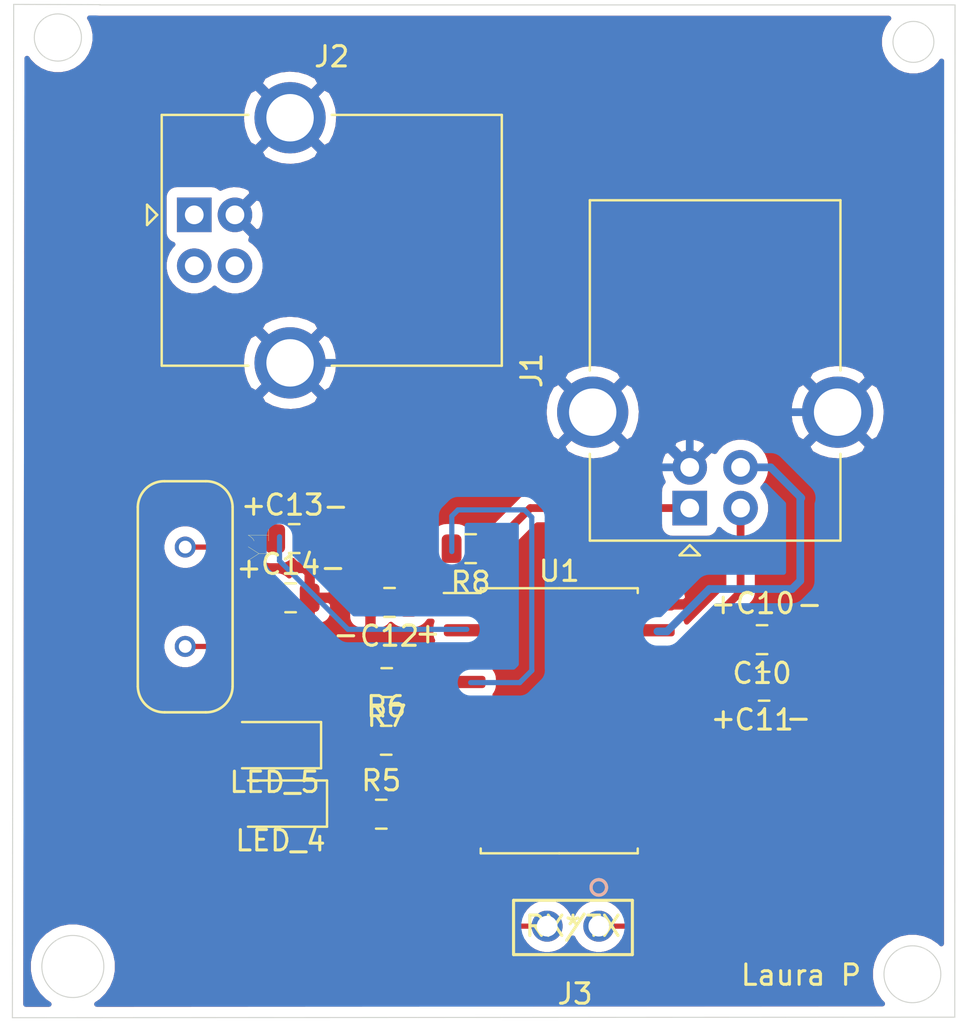
<source format=kicad_pcb>
(kicad_pcb (version 20171130) (host pcbnew "(5.1.5)-3")

  (general
    (thickness 1.6)
    (drawings 20)
    (tracks 77)
    (zones 0)
    (modules 16)
    (nets 27)
  )

  (page A4)
  (layers
    (0 F.Cu signal)
    (31 B.Cu signal)
    (32 B.Adhes user)
    (33 F.Adhes user)
    (34 B.Paste user)
    (35 F.Paste user)
    (36 B.SilkS user)
    (37 F.SilkS user)
    (38 B.Mask user)
    (39 F.Mask user)
    (40 Dwgs.User user)
    (41 Cmts.User user)
    (42 Eco1.User user)
    (43 Eco2.User user)
    (44 Edge.Cuts user)
    (45 Margin user)
    (46 B.CrtYd user)
    (47 F.CrtYd user)
    (48 B.Fab user)
    (49 F.Fab user)
  )

  (setup
    (last_trace_width 0.254)
    (trace_clearance 0.3048)
    (zone_clearance 0.508)
    (zone_45_only no)
    (trace_min 0.2)
    (via_size 0.8)
    (via_drill 0.4)
    (via_min_size 0.4)
    (via_min_drill 0.3)
    (uvia_size 0.3)
    (uvia_drill 0.1)
    (uvias_allowed no)
    (uvia_min_size 0.2)
    (uvia_min_drill 0.1)
    (edge_width 0.05)
    (segment_width 0.2)
    (pcb_text_width 0.3)
    (pcb_text_size 1.5 1.5)
    (mod_edge_width 0.12)
    (mod_text_size 1 1)
    (mod_text_width 0.15)
    (pad_size 1.524 1.524)
    (pad_drill 0.762)
    (pad_to_mask_clearance 0.051)
    (solder_mask_min_width 0.25)
    (aux_axis_origin 0 0)
    (visible_elements 7FFDF7BF)
    (pcbplotparams
      (layerselection 0x010fc_ffffffff)
      (usegerberextensions false)
      (usegerberattributes false)
      (usegerberadvancedattributes false)
      (creategerberjobfile false)
      (excludeedgelayer true)
      (linewidth 0.100000)
      (plotframeref false)
      (viasonmask false)
      (mode 1)
      (useauxorigin false)
      (hpglpennumber 1)
      (hpglpenspeed 20)
      (hpglpendiameter 15.000000)
      (psnegative false)
      (psa4output false)
      (plotreference true)
      (plotvalue true)
      (plotinvisibletext false)
      (padsonsilk false)
      (subtractmaskfromsilk false)
      (outputformat 1)
      (mirror false)
      (drillshape 1)
      (scaleselection 1)
      (outputdirectory ""))
  )

  (net 0 "")
  (net 1 Earth)
  (net 2 "Net-(C10-Pad2)")
  (net 3 VBUS)
  (net 4 OSC1)
  (net 5 OSC2)
  (net 6 D+)
  (net 7 D-)
  (net 8 VSUB1)
  (net 9 RB10)
  (net 10 RB11)
  (net 11 "Net-(LED_4-Pad1)")
  (net 12 +3V3)
  (net 13 "Net-(LED_5-Pad1)")
  (net 14 RxLED)
  (net 15 TxLED)
  (net 16 RST)
  (net 17 "Net-(U1-Pad7)")
  (net 18 "Net-(U1-Pad8)")
  (net 19 "Net-(U1-Pad9)")
  (net 20 TX)
  (net 21 "Net-(U1-Pad11)")
  (net 22 RX)
  (net 23 "Net-(U1-Pad13)")
  (net 24 "Net-(U1-Pad14)")
  (net 25 "Net-(U1-Pad15)")
  (net 26 "Net-(U1-Pad16)")

  (net_class Default "Esta é a classe de rede padrão."
    (clearance 0.3048)
    (trace_width 0.254)
    (via_dia 0.8)
    (via_drill 0.4)
    (uvia_dia 0.3)
    (uvia_drill 0.1)
    (add_net "Net-(C10-Pad2)")
    (add_net "Net-(LED_4-Pad1)")
    (add_net "Net-(LED_5-Pad1)")
    (add_net "Net-(U1-Pad11)")
    (add_net "Net-(U1-Pad13)")
    (add_net "Net-(U1-Pad14)")
    (add_net "Net-(U1-Pad15)")
    (add_net "Net-(U1-Pad16)")
    (add_net "Net-(U1-Pad7)")
    (add_net "Net-(U1-Pad8)")
    (add_net "Net-(U1-Pad9)")
    (add_net OSC1)
    (add_net OSC2)
    (add_net RB10)
    (add_net RB11)
    (add_net RST)
    (add_net RX)
    (add_net RxLED)
    (add_net TX)
    (add_net TxLED)
  )

  (net_class Power ""
    (clearance 0.3048)
    (trace_width 0.381)
    (via_dia 0.8)
    (via_drill 0.4)
    (uvia_dia 0.3)
    (uvia_drill 0.1)
    (add_net +3V3)
    (add_net D+)
    (add_net D-)
    (add_net Earth)
    (add_net VBUS)
    (add_net VSUB1)
  )

  (module Capacitor_SMD:C_0805_2012Metric (layer F.Cu) (tedit 5B36C52B) (tstamp 5E9773A5)
    (at 160.5026 113.2332 180)
    (descr "Capacitor SMD 0805 (2012 Metric), square (rectangular) end terminal, IPC_7351 nominal, (Body size source: https://docs.google.com/spreadsheets/d/1BsfQQcO9C6DZCsRaXUlFlo91Tg2WpOkGARC1WS5S8t0/edit?usp=sharing), generated with kicad-footprint-generator")
    (tags capacitor)
    (path /5EA3DA97)
    (attr smd)
    (fp_text reference C10 (at 0 -1.65 180) (layer F.SilkS)
      (effects (font (size 1 1) (thickness 0.15)))
    )
    (fp_text value 100nF (at 0 1.65 180) (layer F.Fab)
      (effects (font (size 1 1) (thickness 0.15)))
    )
    (fp_line (start -1 0.6) (end -1 -0.6) (layer F.Fab) (width 0.1))
    (fp_line (start -1 -0.6) (end 1 -0.6) (layer F.Fab) (width 0.1))
    (fp_line (start 1 -0.6) (end 1 0.6) (layer F.Fab) (width 0.1))
    (fp_line (start 1 0.6) (end -1 0.6) (layer F.Fab) (width 0.1))
    (fp_line (start -0.258578 -0.71) (end 0.258578 -0.71) (layer F.SilkS) (width 0.12))
    (fp_line (start -0.258578 0.71) (end 0.258578 0.71) (layer F.SilkS) (width 0.12))
    (fp_line (start -1.68 0.95) (end -1.68 -0.95) (layer F.CrtYd) (width 0.05))
    (fp_line (start -1.68 -0.95) (end 1.68 -0.95) (layer F.CrtYd) (width 0.05))
    (fp_line (start 1.68 -0.95) (end 1.68 0.95) (layer F.CrtYd) (width 0.05))
    (fp_line (start 1.68 0.95) (end -1.68 0.95) (layer F.CrtYd) (width 0.05))
    (fp_text user %R (at 0 0 180) (layer F.Fab)
      (effects (font (size 0.5 0.5) (thickness 0.08)))
    )
    (pad 1 smd roundrect (at -0.9375 0 180) (size 0.975 1.4) (layers F.Cu F.Paste F.Mask) (roundrect_rratio 0.25)
      (net 1 Earth))
    (pad 2 smd roundrect (at 0.9375 0 180) (size 0.975 1.4) (layers F.Cu F.Paste F.Mask) (roundrect_rratio 0.25)
      (net 2 "Net-(C10-Pad2)"))
    (model ${KISYS3DMOD}/Capacitor_SMD.3dshapes/C_0805_2012Metric.wrl
      (at (xyz 0 0 0))
      (scale (xyz 1 1 1))
      (rotate (xyz 0 0 0))
    )
  )

  (module Capacitor_SMD:C_0805_2012Metric (layer F.Cu) (tedit 5B36C52B) (tstamp 5E9773B6)
    (at 160.6042 115.5192 180)
    (descr "Capacitor SMD 0805 (2012 Metric), square (rectangular) end terminal, IPC_7351 nominal, (Body size source: https://docs.google.com/spreadsheets/d/1BsfQQcO9C6DZCsRaXUlFlo91Tg2WpOkGARC1WS5S8t0/edit?usp=sharing), generated with kicad-footprint-generator")
    (tags capacitor)
    (path /5EA3E605)
    (attr smd)
    (fp_text reference C11 (at 0 -1.65 180) (layer F.SilkS)
      (effects (font (size 1 1) (thickness 0.15)))
    )
    (fp_text value 100nF (at 0 1.65 180) (layer F.Fab)
      (effects (font (size 1 1) (thickness 0.15)))
    )
    (fp_text user %R (at 0 0 180) (layer F.Fab)
      (effects (font (size 0.5 0.5) (thickness 0.08)))
    )
    (fp_line (start 1.68 0.95) (end -1.68 0.95) (layer F.CrtYd) (width 0.05))
    (fp_line (start 1.68 -0.95) (end 1.68 0.95) (layer F.CrtYd) (width 0.05))
    (fp_line (start -1.68 -0.95) (end 1.68 -0.95) (layer F.CrtYd) (width 0.05))
    (fp_line (start -1.68 0.95) (end -1.68 -0.95) (layer F.CrtYd) (width 0.05))
    (fp_line (start -0.258578 0.71) (end 0.258578 0.71) (layer F.SilkS) (width 0.12))
    (fp_line (start -0.258578 -0.71) (end 0.258578 -0.71) (layer F.SilkS) (width 0.12))
    (fp_line (start 1 0.6) (end -1 0.6) (layer F.Fab) (width 0.1))
    (fp_line (start 1 -0.6) (end 1 0.6) (layer F.Fab) (width 0.1))
    (fp_line (start -1 -0.6) (end 1 -0.6) (layer F.Fab) (width 0.1))
    (fp_line (start -1 0.6) (end -1 -0.6) (layer F.Fab) (width 0.1))
    (pad 2 smd roundrect (at 0.9375 0 180) (size 0.975 1.4) (layers F.Cu F.Paste F.Mask) (roundrect_rratio 0.25)
      (net 2 "Net-(C10-Pad2)"))
    (pad 1 smd roundrect (at -0.9375 0 180) (size 0.975 1.4) (layers F.Cu F.Paste F.Mask) (roundrect_rratio 0.25)
      (net 1 Earth))
    (model ${KISYS3DMOD}/Capacitor_SMD.3dshapes/C_0805_2012Metric.wrl
      (at (xyz 0 0 0))
      (scale (xyz 1 1 1))
      (rotate (xyz 0 0 0))
    )
  )

  (module Capacitor_SMD:C_0805_2012Metric (layer F.Cu) (tedit 5B36C52B) (tstamp 5E9773C7)
    (at 142.1892 111.4044 180)
    (descr "Capacitor SMD 0805 (2012 Metric), square (rectangular) end terminal, IPC_7351 nominal, (Body size source: https://docs.google.com/spreadsheets/d/1BsfQQcO9C6DZCsRaXUlFlo91Tg2WpOkGARC1WS5S8t0/edit?usp=sharing), generated with kicad-footprint-generator")
    (tags capacitor)
    (path /5EA48152)
    (attr smd)
    (fp_text reference C12 (at 0 -1.65 180) (layer F.SilkS)
      (effects (font (size 1 1) (thickness 0.15)))
    )
    (fp_text value 100nF (at 0 1.65 180) (layer F.Fab)
      (effects (font (size 1 1) (thickness 0.15)))
    )
    (fp_line (start -1 0.6) (end -1 -0.6) (layer F.Fab) (width 0.1))
    (fp_line (start -1 -0.6) (end 1 -0.6) (layer F.Fab) (width 0.1))
    (fp_line (start 1 -0.6) (end 1 0.6) (layer F.Fab) (width 0.1))
    (fp_line (start 1 0.6) (end -1 0.6) (layer F.Fab) (width 0.1))
    (fp_line (start -0.258578 -0.71) (end 0.258578 -0.71) (layer F.SilkS) (width 0.12))
    (fp_line (start -0.258578 0.71) (end 0.258578 0.71) (layer F.SilkS) (width 0.12))
    (fp_line (start -1.68 0.95) (end -1.68 -0.95) (layer F.CrtYd) (width 0.05))
    (fp_line (start -1.68 -0.95) (end 1.68 -0.95) (layer F.CrtYd) (width 0.05))
    (fp_line (start 1.68 -0.95) (end 1.68 0.95) (layer F.CrtYd) (width 0.05))
    (fp_line (start 1.68 0.95) (end -1.68 0.95) (layer F.CrtYd) (width 0.05))
    (fp_text user %R (at 0 0 180) (layer F.Fab)
      (effects (font (size 0.5 0.5) (thickness 0.08)))
    )
    (pad 1 smd roundrect (at -0.9375 0 180) (size 0.975 1.4) (layers F.Cu F.Paste F.Mask) (roundrect_rratio 0.25)
      (net 3 VBUS))
    (pad 2 smd roundrect (at 0.9375 0 180) (size 0.975 1.4) (layers F.Cu F.Paste F.Mask) (roundrect_rratio 0.25)
      (net 1 Earth))
    (model ${KISYS3DMOD}/Capacitor_SMD.3dshapes/C_0805_2012Metric.wrl
      (at (xyz 0 0 0))
      (scale (xyz 1 1 1))
      (rotate (xyz 0 0 0))
    )
  )

  (module Capacitor_SMD:C_0805_2012Metric (layer F.Cu) (tedit 5B36C52B) (tstamp 5E9773D8)
    (at 137.5029 108.2675)
    (descr "Capacitor SMD 0805 (2012 Metric), square (rectangular) end terminal, IPC_7351 nominal, (Body size source: https://docs.google.com/spreadsheets/d/1BsfQQcO9C6DZCsRaXUlFlo91Tg2WpOkGARC1WS5S8t0/edit?usp=sharing), generated with kicad-footprint-generator")
    (tags capacitor)
    (path /5EA51A6E)
    (attr smd)
    (fp_text reference C13 (at 0 -1.65) (layer F.SilkS)
      (effects (font (size 1 1) (thickness 0.15)))
    )
    (fp_text value 22pF (at 0 1.65) (layer F.Fab)
      (effects (font (size 1 1) (thickness 0.15)))
    )
    (fp_text user %R (at 0 0) (layer F.Fab)
      (effects (font (size 0.5 0.5) (thickness 0.08)))
    )
    (fp_line (start 1.68 0.95) (end -1.68 0.95) (layer F.CrtYd) (width 0.05))
    (fp_line (start 1.68 -0.95) (end 1.68 0.95) (layer F.CrtYd) (width 0.05))
    (fp_line (start -1.68 -0.95) (end 1.68 -0.95) (layer F.CrtYd) (width 0.05))
    (fp_line (start -1.68 0.95) (end -1.68 -0.95) (layer F.CrtYd) (width 0.05))
    (fp_line (start -0.258578 0.71) (end 0.258578 0.71) (layer F.SilkS) (width 0.12))
    (fp_line (start -0.258578 -0.71) (end 0.258578 -0.71) (layer F.SilkS) (width 0.12))
    (fp_line (start 1 0.6) (end -1 0.6) (layer F.Fab) (width 0.1))
    (fp_line (start 1 -0.6) (end 1 0.6) (layer F.Fab) (width 0.1))
    (fp_line (start -1 -0.6) (end 1 -0.6) (layer F.Fab) (width 0.1))
    (fp_line (start -1 0.6) (end -1 -0.6) (layer F.Fab) (width 0.1))
    (pad 2 smd roundrect (at 0.9375 0) (size 0.975 1.4) (layers F.Cu F.Paste F.Mask) (roundrect_rratio 0.25)
      (net 1 Earth))
    (pad 1 smd roundrect (at -0.9375 0) (size 0.975 1.4) (layers F.Cu F.Paste F.Mask) (roundrect_rratio 0.25)
      (net 4 OSC1))
    (model ${KISYS3DMOD}/Capacitor_SMD.3dshapes/C_0805_2012Metric.wrl
      (at (xyz 0 0 0))
      (scale (xyz 1 1 1))
      (rotate (xyz 0 0 0))
    )
  )

  (module Capacitor_SMD:C_0805_2012Metric (layer F.Cu) (tedit 5E9F94A0) (tstamp 5E9773E9)
    (at 137.3251 111.1758)
    (descr "Capacitor SMD 0805 (2012 Metric), square (rectangular) end terminal, IPC_7351 nominal, (Body size source: https://docs.google.com/spreadsheets/d/1BsfQQcO9C6DZCsRaXUlFlo91Tg2WpOkGARC1WS5S8t0/edit?usp=sharing), generated with kicad-footprint-generator")
    (tags capacitor)
    (path /5EA5254D)
    (attr smd)
    (fp_text reference C14 (at 0 -1.65) (layer F.SilkS)
      (effects (font (size 1 1) (thickness 0.15)))
    )
    (fp_text value 22pF (at 0 1.65) (layer F.Fab)
      (effects (font (size 1 1) (thickness 0.15)))
    )
    (fp_line (start -1 0.6) (end -1 -0.6) (layer F.Fab) (width 0.1))
    (fp_line (start -1 -0.6) (end 1 -0.6) (layer F.Fab) (width 0.1))
    (fp_line (start 1 -0.6) (end 1 0.6) (layer F.Fab) (width 0.1))
    (fp_line (start 1 0.6) (end -1 0.6) (layer F.Fab) (width 0.1))
    (fp_line (start -0.258578 -0.71) (end 0.258578 -0.71) (layer F.SilkS) (width 0.12))
    (fp_line (start -0.258578 0.71) (end 0.258578 0.71) (layer F.SilkS) (width 0.12))
    (fp_line (start -1.68 0.95) (end -1.68 -0.95) (layer F.CrtYd) (width 0.05))
    (fp_line (start -1.68 -0.95) (end 1.68 -0.95) (layer F.CrtYd) (width 0.05))
    (fp_line (start 1.68 -0.95) (end 1.68 0.95) (layer F.CrtYd) (width 0.05))
    (fp_line (start 1.68 0.95) (end -1.68 0.95) (layer F.CrtYd) (width 0.05))
    (fp_text user %R (at -0.0635 0.2032) (layer F.Fab)
      (effects (font (size 0.5 0.5) (thickness 0.08)))
    )
    (pad 1 smd roundrect (at -0.9375 0) (size 0.975 1.4) (layers F.Cu F.Paste F.Mask) (roundrect_rratio 0.25)
      (net 5 OSC2))
    (pad 2 smd roundrect (at 0.9375 0) (size 0.975 1.4) (layers F.Cu F.Paste F.Mask) (roundrect_rratio 0.25)
      (net 1 Earth))
    (model ${KISYS3DMOD}/Capacitor_SMD.3dshapes/C_0805_2012Metric.wrl
      (at (xyz 0 0 0))
      (scale (xyz 1 1 1))
      (rotate (xyz 0 0 0))
    )
  )

  (module Connector_USB:USB_B_OST_USB-B1HSxx_Horizontal (layer F.Cu) (tedit 5AFE01FF) (tstamp 5E977406)
    (at 156.9466 106.7689 90)
    (descr "USB B receptacle, Horizontal, through-hole, http://www.on-shore.com/wp-content/uploads/2015/09/usb-b1hsxx.pdf")
    (tags "USB-B receptacle horizontal through-hole")
    (path /5EA56FAB)
    (fp_text reference J1 (at 6.76 -7.77 90) (layer F.SilkS)
      (effects (font (size 1 1) (thickness 0.15)))
    )
    (fp_text value USB_B (at 6.76 10.27 90) (layer F.Fab)
      (effects (font (size 1 1) (thickness 0.15)))
    )
    (fp_text user %R (at 6.76 1.25 90) (layer F.Fab)
      (effects (font (size 1 1) (thickness 0.15)))
    )
    (fp_line (start 15.51 -7.02) (end -1.99 -7.02) (layer F.CrtYd) (width 0.05))
    (fp_line (start 15.51 9.52) (end 15.51 -7.02) (layer F.CrtYd) (width 0.05))
    (fp_line (start -1.99 9.52) (end 15.51 9.52) (layer F.CrtYd) (width 0.05))
    (fp_line (start -1.99 -7.02) (end -1.99 9.52) (layer F.CrtYd) (width 0.05))
    (fp_line (start -2.32 0.5) (end -1.82 0) (layer F.SilkS) (width 0.12))
    (fp_line (start -2.32 -0.5) (end -2.32 0.5) (layer F.SilkS) (width 0.12))
    (fp_line (start -1.82 0) (end -2.32 -0.5) (layer F.SilkS) (width 0.12))
    (fp_line (start 15.12 7.41) (end 6.76 7.41) (layer F.SilkS) (width 0.12))
    (fp_line (start 15.12 -4.91) (end 15.12 7.41) (layer F.SilkS) (width 0.12))
    (fp_line (start 6.76 -4.91) (end 15.12 -4.91) (layer F.SilkS) (width 0.12))
    (fp_line (start -1.6 7.41) (end 2.66 7.41) (layer F.SilkS) (width 0.12))
    (fp_line (start -1.6 -4.91) (end -1.6 7.41) (layer F.SilkS) (width 0.12))
    (fp_line (start 2.66 -4.91) (end -1.6 -4.91) (layer F.SilkS) (width 0.12))
    (fp_line (start -1.49 -3.8) (end -0.49 -4.8) (layer F.Fab) (width 0.1))
    (fp_line (start -1.49 7.3) (end -1.49 -3.8) (layer F.Fab) (width 0.1))
    (fp_line (start 15.01 7.3) (end -1.49 7.3) (layer F.Fab) (width 0.1))
    (fp_line (start 15.01 -4.8) (end 15.01 7.3) (layer F.Fab) (width 0.1))
    (fp_line (start -0.49 -4.8) (end 15.01 -4.8) (layer F.Fab) (width 0.1))
    (pad 5 thru_hole circle (at 4.71 7.27 90) (size 3.5 3.5) (drill 2.33) (layers *.Cu *.Mask)
      (net 1 Earth))
    (pad 5 thru_hole circle (at 4.71 -4.77 90) (size 3.5 3.5) (drill 2.33) (layers *.Cu *.Mask)
      (net 1 Earth))
    (pad 4 thru_hole circle (at 2 0 90) (size 1.7 1.7) (drill 0.92) (layers *.Cu *.Mask)
      (net 1 Earth))
    (pad 3 thru_hole circle (at 2 2.5 90) (size 1.7 1.7) (drill 0.92) (layers *.Cu *.Mask)
      (net 6 D+))
    (pad 2 thru_hole circle (at 0 2.5 90) (size 1.7 1.7) (drill 0.92) (layers *.Cu *.Mask)
      (net 7 D-))
    (pad 1 thru_hole rect (at 0 0 90) (size 1.7 1.7) (drill 0.92) (layers *.Cu *.Mask)
      (net 3 VBUS))
    (model ${KISYS3DMOD}/Connector_USB.3dshapes/USB_B_OST_USB-B1HSxx_Horizontal.wrl
      (at (xyz 0 0 0))
      (scale (xyz 1 1 1))
      (rotate (xyz 0 0 0))
    )
  )

  (module Connector_USB:USB_B_OST_USB-B1HSxx_Horizontal (layer F.Cu) (tedit 5AFE01FF) (tstamp 5E977423)
    (at 132.588 92.3671)
    (descr "USB B receptacle, Horizontal, through-hole, http://www.on-shore.com/wp-content/uploads/2015/09/usb-b1hsxx.pdf")
    (tags "USB-B receptacle horizontal through-hole")
    (path /5EA560C5)
    (fp_text reference J2 (at 6.76 -7.77) (layer F.SilkS)
      (effects (font (size 1 1) (thickness 0.15)))
    )
    (fp_text value USB_B (at 6.76 10.27) (layer F.Fab)
      (effects (font (size 1 1) (thickness 0.15)))
    )
    (fp_line (start -0.49 -4.8) (end 15.01 -4.8) (layer F.Fab) (width 0.1))
    (fp_line (start 15.01 -4.8) (end 15.01 7.3) (layer F.Fab) (width 0.1))
    (fp_line (start 15.01 7.3) (end -1.49 7.3) (layer F.Fab) (width 0.1))
    (fp_line (start -1.49 7.3) (end -1.49 -3.8) (layer F.Fab) (width 0.1))
    (fp_line (start -1.49 -3.8) (end -0.49 -4.8) (layer F.Fab) (width 0.1))
    (fp_line (start 2.66 -4.91) (end -1.6 -4.91) (layer F.SilkS) (width 0.12))
    (fp_line (start -1.6 -4.91) (end -1.6 7.41) (layer F.SilkS) (width 0.12))
    (fp_line (start -1.6 7.41) (end 2.66 7.41) (layer F.SilkS) (width 0.12))
    (fp_line (start 6.76 -4.91) (end 15.12 -4.91) (layer F.SilkS) (width 0.12))
    (fp_line (start 15.12 -4.91) (end 15.12 7.41) (layer F.SilkS) (width 0.12))
    (fp_line (start 15.12 7.41) (end 6.76 7.41) (layer F.SilkS) (width 0.12))
    (fp_line (start -1.82 0) (end -2.32 -0.5) (layer F.SilkS) (width 0.12))
    (fp_line (start -2.32 -0.5) (end -2.32 0.5) (layer F.SilkS) (width 0.12))
    (fp_line (start -2.32 0.5) (end -1.82 0) (layer F.SilkS) (width 0.12))
    (fp_line (start -1.99 -7.02) (end -1.99 9.52) (layer F.CrtYd) (width 0.05))
    (fp_line (start -1.99 9.52) (end 15.51 9.52) (layer F.CrtYd) (width 0.05))
    (fp_line (start 15.51 9.52) (end 15.51 -7.02) (layer F.CrtYd) (width 0.05))
    (fp_line (start 15.51 -7.02) (end -1.99 -7.02) (layer F.CrtYd) (width 0.05))
    (fp_text user %R (at 6.76 1.25) (layer F.Fab)
      (effects (font (size 1 1) (thickness 0.15)))
    )
    (pad 1 thru_hole rect (at 0 0) (size 1.7 1.7) (drill 0.92) (layers *.Cu *.Mask)
      (net 8 VSUB1))
    (pad 2 thru_hole circle (at 0 2.5) (size 1.7 1.7) (drill 0.92) (layers *.Cu *.Mask)
      (net 9 RB10))
    (pad 3 thru_hole circle (at 2 2.5) (size 1.7 1.7) (drill 0.92) (layers *.Cu *.Mask)
      (net 10 RB11))
    (pad 4 thru_hole circle (at 2 0) (size 1.7 1.7) (drill 0.92) (layers *.Cu *.Mask)
      (net 1 Earth))
    (pad 5 thru_hole circle (at 4.71 -4.77) (size 3.5 3.5) (drill 2.33) (layers *.Cu *.Mask)
      (net 1 Earth))
    (pad 5 thru_hole circle (at 4.71 7.27) (size 3.5 3.5) (drill 2.33) (layers *.Cu *.Mask)
      (net 1 Earth))
    (model ${KISYS3DMOD}/Connector_USB.3dshapes/USB_B_OST_USB-B1HSxx_Horizontal.wrl
      (at (xyz 0 0 0))
      (scale (xyz 1 1 1))
      (rotate (xyz 0 0 0))
    )
  )

  (module LED_SMD:LED_1206_3216Metric (layer F.Cu) (tedit 5E9F947D) (tstamp 5E977436)
    (at 136.8298 121.285 180)
    (descr "LED SMD 1206 (3216 Metric), square (rectangular) end terminal, IPC_7351 nominal, (Body size source: http://www.tortai-tech.com/upload/download/2011102023233369053.pdf), generated with kicad-footprint-generator")
    (tags diode)
    (path /5EA42E8C)
    (attr smd)
    (fp_text reference LED_4 (at 0 -1.82 180) (layer F.SilkS)
      (effects (font (size 1 1) (thickness 0.15)))
    )
    (fp_text value Lx_LED (at 0 1.82 180) (layer F.Fab)
      (effects (font (size 1 1) (thickness 0.15)))
    )
    (fp_line (start 1.6 -0.8) (end -1.2 -0.8) (layer F.Fab) (width 0.1))
    (fp_line (start -1.2 -0.8) (end -1.6 -0.4) (layer F.Fab) (width 0.1))
    (fp_line (start -1.6 -0.4) (end -1.6 0.8) (layer F.Fab) (width 0.1))
    (fp_line (start -1.6 0.8) (end 1.6 0.8) (layer F.Fab) (width 0.1))
    (fp_line (start 1.6 0.8) (end 1.6 -0.8) (layer F.Fab) (width 0.1))
    (fp_line (start 1.6 -1.135) (end -2.285 -1.135) (layer F.SilkS) (width 0.12))
    (fp_line (start -2.285 -1.135) (end -2.285 1.135) (layer F.SilkS) (width 0.12))
    (fp_line (start -2.285 1.135) (end 1.6 1.135) (layer F.SilkS) (width 0.12))
    (fp_line (start -2.28 1.12) (end -2.28 -1.12) (layer F.CrtYd) (width 0.05))
    (fp_line (start -2.28 -1.12) (end 2.28 -1.12) (layer F.CrtYd) (width 0.05))
    (fp_line (start 2.28 -1.12) (end 2.28 1.12) (layer F.CrtYd) (width 0.05))
    (fp_line (start 2.28 1.12) (end -2.28 1.12) (layer F.CrtYd) (width 0.05))
    (fp_text user %R (at 0.1397 -2.0193 180) (layer F.Fab)
      (effects (font (size 0.8 0.8) (thickness 0.12)))
    )
    (pad 1 smd roundrect (at -1.4 0 180) (size 1.25 1.75) (layers F.Cu F.Paste F.Mask) (roundrect_rratio 0.2)
      (net 11 "Net-(LED_4-Pad1)"))
    (pad 2 smd roundrect (at 1.4 0 180) (size 1.25 1.75) (layers F.Cu F.Paste F.Mask) (roundrect_rratio 0.2)
      (net 12 +3V3))
    (model ${KISYS3DMOD}/LED_SMD.3dshapes/LED_1206_3216Metric.wrl
      (at (xyz 0 0 0))
      (scale (xyz 1 1 1))
      (rotate (xyz 0 0 0))
    )
  )

  (module LED_SMD:LED_1206_3216Metric (layer F.Cu) (tedit 5E9F9423) (tstamp 5E977449)
    (at 136.5377 118.4148 180)
    (descr "LED SMD 1206 (3216 Metric), square (rectangular) end terminal, IPC_7351 nominal, (Body size source: http://www.tortai-tech.com/upload/download/2011102023233369053.pdf), generated with kicad-footprint-generator")
    (tags diode)
    (path /5EA436C3)
    (attr smd)
    (fp_text reference LED_5 (at 0 -1.82 180) (layer F.SilkS)
      (effects (font (size 1 1) (thickness 0.15)))
    )
    (fp_text value Rx_LED (at 0 1.82 180) (layer F.Fab)
      (effects (font (size 1 1) (thickness 0.15)))
    )
    (fp_text user %R (at -0.3683 1.7272 180) (layer F.Fab)
      (effects (font (size 0.8 0.8) (thickness 0.12)))
    )
    (fp_line (start 2.28 1.12) (end -2.28 1.12) (layer F.CrtYd) (width 0.05))
    (fp_line (start 2.28 -1.12) (end 2.28 1.12) (layer F.CrtYd) (width 0.05))
    (fp_line (start -2.28 -1.12) (end 2.28 -1.12) (layer F.CrtYd) (width 0.05))
    (fp_line (start -2.28 1.12) (end -2.28 -1.12) (layer F.CrtYd) (width 0.05))
    (fp_line (start -2.285 1.135) (end 1.6 1.135) (layer F.SilkS) (width 0.12))
    (fp_line (start -2.285 -1.135) (end -2.285 1.135) (layer F.SilkS) (width 0.12))
    (fp_line (start 1.6 -1.135) (end -2.285 -1.135) (layer F.SilkS) (width 0.12))
    (fp_line (start 1.6 0.8) (end 1.6 -0.8) (layer F.Fab) (width 0.1))
    (fp_line (start -1.6 0.8) (end 1.6 0.8) (layer F.Fab) (width 0.1))
    (fp_line (start -1.6 -0.4) (end -1.6 0.8) (layer F.Fab) (width 0.1))
    (fp_line (start -1.2 -0.8) (end -1.6 -0.4) (layer F.Fab) (width 0.1))
    (fp_line (start 1.6 -0.8) (end -1.2 -0.8) (layer F.Fab) (width 0.1))
    (pad 2 smd roundrect (at 1.4 0 180) (size 1.25 1.75) (layers F.Cu F.Paste F.Mask) (roundrect_rratio 0.2)
      (net 12 +3V3))
    (pad 1 smd roundrect (at -1.4 0 180) (size 1.25 1.75) (layers F.Cu F.Paste F.Mask) (roundrect_rratio 0.2)
      (net 13 "Net-(LED_5-Pad1)"))
    (model ${KISYS3DMOD}/LED_SMD.3dshapes/LED_1206_3216Metric.wrl
      (at (xyz 0 0 0))
      (scale (xyz 1 1 1))
      (rotate (xyz 0 0 0))
    )
  )

  (module Resistor_SMD:R_0805_2012Metric (layer F.Cu) (tedit 5E9F9480) (tstamp 5E97745A)
    (at 141.7828 121.8057)
    (descr "Resistor SMD 0805 (2012 Metric), square (rectangular) end terminal, IPC_7351 nominal, (Body size source: https://docs.google.com/spreadsheets/d/1BsfQQcO9C6DZCsRaXUlFlo91Tg2WpOkGARC1WS5S8t0/edit?usp=sharing), generated with kicad-footprint-generator")
    (tags resistor)
    (path /5EA418D4)
    (attr smd)
    (fp_text reference R5 (at 0 -1.65) (layer F.SilkS)
      (effects (font (size 1 1) (thickness 0.15)))
    )
    (fp_text value 120 (at 0 1.65) (layer F.Fab)
      (effects (font (size 1 1) (thickness 0.15)))
    )
    (fp_line (start -1 0.6) (end -1 -0.6) (layer F.Fab) (width 0.1))
    (fp_line (start -1 -0.6) (end 1 -0.6) (layer F.Fab) (width 0.1))
    (fp_line (start 1 -0.6) (end 1 0.6) (layer F.Fab) (width 0.1))
    (fp_line (start 1 0.6) (end -1 0.6) (layer F.Fab) (width 0.1))
    (fp_line (start -0.258578 -0.71) (end 0.258578 -0.71) (layer F.SilkS) (width 0.12))
    (fp_line (start -0.258578 0.71) (end 0.258578 0.71) (layer F.SilkS) (width 0.12))
    (fp_line (start -1.68 0.95) (end -1.68 -0.95) (layer F.CrtYd) (width 0.05))
    (fp_line (start -1.68 -0.95) (end 1.68 -0.95) (layer F.CrtYd) (width 0.05))
    (fp_line (start 1.68 -0.95) (end 1.68 0.95) (layer F.CrtYd) (width 0.05))
    (fp_line (start 1.68 0.95) (end -1.68 0.95) (layer F.CrtYd) (width 0.05))
    (fp_text user %R (at 0.0508 1.6764) (layer F.Fab)
      (effects (font (size 0.5 0.5) (thickness 0.08)))
    )
    (pad 1 smd roundrect (at -0.9375 0) (size 0.975 1.4) (layers F.Cu F.Paste F.Mask) (roundrect_rratio 0.25)
      (net 11 "Net-(LED_4-Pad1)"))
    (pad 2 smd roundrect (at 0.9375 0) (size 0.975 1.4) (layers F.Cu F.Paste F.Mask) (roundrect_rratio 0.25)
      (net 14 RxLED))
    (model ${KISYS3DMOD}/Resistor_SMD.3dshapes/R_0805_2012Metric.wrl
      (at (xyz 0 0 0))
      (scale (xyz 1 1 1))
      (rotate (xyz 0 0 0))
    )
  )

  (module Resistor_SMD:R_0805_2012Metric (layer F.Cu) (tedit 5B36C52B) (tstamp 5E97746B)
    (at 142.0241 118.1735)
    (descr "Resistor SMD 0805 (2012 Metric), square (rectangular) end terminal, IPC_7351 nominal, (Body size source: https://docs.google.com/spreadsheets/d/1BsfQQcO9C6DZCsRaXUlFlo91Tg2WpOkGARC1WS5S8t0/edit?usp=sharing), generated with kicad-footprint-generator")
    (tags resistor)
    (path /5EA42707)
    (attr smd)
    (fp_text reference R6 (at 0 -1.65) (layer F.SilkS)
      (effects (font (size 1 1) (thickness 0.15)))
    )
    (fp_text value 120 (at 0 1.65) (layer F.Fab)
      (effects (font (size 1 1) (thickness 0.15)))
    )
    (fp_text user %R (at 0 0) (layer F.Fab)
      (effects (font (size 0.5 0.5) (thickness 0.08)))
    )
    (fp_line (start 1.68 0.95) (end -1.68 0.95) (layer F.CrtYd) (width 0.05))
    (fp_line (start 1.68 -0.95) (end 1.68 0.95) (layer F.CrtYd) (width 0.05))
    (fp_line (start -1.68 -0.95) (end 1.68 -0.95) (layer F.CrtYd) (width 0.05))
    (fp_line (start -1.68 0.95) (end -1.68 -0.95) (layer F.CrtYd) (width 0.05))
    (fp_line (start -0.258578 0.71) (end 0.258578 0.71) (layer F.SilkS) (width 0.12))
    (fp_line (start -0.258578 -0.71) (end 0.258578 -0.71) (layer F.SilkS) (width 0.12))
    (fp_line (start 1 0.6) (end -1 0.6) (layer F.Fab) (width 0.1))
    (fp_line (start 1 -0.6) (end 1 0.6) (layer F.Fab) (width 0.1))
    (fp_line (start -1 -0.6) (end 1 -0.6) (layer F.Fab) (width 0.1))
    (fp_line (start -1 0.6) (end -1 -0.6) (layer F.Fab) (width 0.1))
    (pad 2 smd roundrect (at 0.9375 0) (size 0.975 1.4) (layers F.Cu F.Paste F.Mask) (roundrect_rratio 0.25)
      (net 15 TxLED))
    (pad 1 smd roundrect (at -0.9375 0) (size 0.975 1.4) (layers F.Cu F.Paste F.Mask) (roundrect_rratio 0.25)
      (net 13 "Net-(LED_5-Pad1)"))
    (model ${KISYS3DMOD}/Resistor_SMD.3dshapes/R_0805_2012Metric.wrl
      (at (xyz 0 0 0))
      (scale (xyz 1 1 1))
      (rotate (xyz 0 0 0))
    )
  )

  (module Resistor_SMD:R_0805_2012Metric (layer F.Cu) (tedit 5B36C52B) (tstamp 5E97747C)
    (at 142.0495 115.3414 180)
    (descr "Resistor SMD 0805 (2012 Metric), square (rectangular) end terminal, IPC_7351 nominal, (Body size source: https://docs.google.com/spreadsheets/d/1BsfQQcO9C6DZCsRaXUlFlo91Tg2WpOkGARC1WS5S8t0/edit?usp=sharing), generated with kicad-footprint-generator")
    (tags resistor)
    (path /5EA6747F)
    (attr smd)
    (fp_text reference R7 (at 0 -1.65 180) (layer F.SilkS)
      (effects (font (size 1 1) (thickness 0.15)))
    )
    (fp_text value 10k (at 0 1.65 180) (layer F.Fab)
      (effects (font (size 1 1) (thickness 0.15)))
    )
    (fp_text user %R (at 0 0 180) (layer F.Fab)
      (effects (font (size 0.5 0.5) (thickness 0.08)))
    )
    (fp_line (start 1.68 0.95) (end -1.68 0.95) (layer F.CrtYd) (width 0.05))
    (fp_line (start 1.68 -0.95) (end 1.68 0.95) (layer F.CrtYd) (width 0.05))
    (fp_line (start -1.68 -0.95) (end 1.68 -0.95) (layer F.CrtYd) (width 0.05))
    (fp_line (start -1.68 0.95) (end -1.68 -0.95) (layer F.CrtYd) (width 0.05))
    (fp_line (start -0.258578 0.71) (end 0.258578 0.71) (layer F.SilkS) (width 0.12))
    (fp_line (start -0.258578 -0.71) (end 0.258578 -0.71) (layer F.SilkS) (width 0.12))
    (fp_line (start 1 0.6) (end -1 0.6) (layer F.Fab) (width 0.1))
    (fp_line (start 1 -0.6) (end 1 0.6) (layer F.Fab) (width 0.1))
    (fp_line (start -1 -0.6) (end 1 -0.6) (layer F.Fab) (width 0.1))
    (fp_line (start -1 0.6) (end -1 -0.6) (layer F.Fab) (width 0.1))
    (pad 2 smd roundrect (at 0.9375 0 180) (size 0.975 1.4) (layers F.Cu F.Paste F.Mask) (roundrect_rratio 0.25)
      (net 1 Earth))
    (pad 1 smd roundrect (at -0.9375 0 180) (size 0.975 1.4) (layers F.Cu F.Paste F.Mask) (roundrect_rratio 0.25)
      (net 16 RST))
    (model ${KISYS3DMOD}/Resistor_SMD.3dshapes/R_0805_2012Metric.wrl
      (at (xyz 0 0 0))
      (scale (xyz 1 1 1))
      (rotate (xyz 0 0 0))
    )
  )

  (module Resistor_SMD:R_0805_2012Metric (layer F.Cu) (tedit 5B36C52B) (tstamp 5E97748D)
    (at 146.177 108.7628 180)
    (descr "Resistor SMD 0805 (2012 Metric), square (rectangular) end terminal, IPC_7351 nominal, (Body size source: https://docs.google.com/spreadsheets/d/1BsfQQcO9C6DZCsRaXUlFlo91Tg2WpOkGARC1WS5S8t0/edit?usp=sharing), generated with kicad-footprint-generator")
    (tags resistor)
    (path /5EA66C4D)
    (attr smd)
    (fp_text reference R8 (at 0 -1.65 180) (layer F.SilkS)
      (effects (font (size 1 1) (thickness 0.15)))
    )
    (fp_text value 4k7 (at 0 1.65 180) (layer F.Fab)
      (effects (font (size 1 1) (thickness 0.15)))
    )
    (fp_line (start -1 0.6) (end -1 -0.6) (layer F.Fab) (width 0.1))
    (fp_line (start -1 -0.6) (end 1 -0.6) (layer F.Fab) (width 0.1))
    (fp_line (start 1 -0.6) (end 1 0.6) (layer F.Fab) (width 0.1))
    (fp_line (start 1 0.6) (end -1 0.6) (layer F.Fab) (width 0.1))
    (fp_line (start -0.258578 -0.71) (end 0.258578 -0.71) (layer F.SilkS) (width 0.12))
    (fp_line (start -0.258578 0.71) (end 0.258578 0.71) (layer F.SilkS) (width 0.12))
    (fp_line (start -1.68 0.95) (end -1.68 -0.95) (layer F.CrtYd) (width 0.05))
    (fp_line (start -1.68 -0.95) (end 1.68 -0.95) (layer F.CrtYd) (width 0.05))
    (fp_line (start 1.68 -0.95) (end 1.68 0.95) (layer F.CrtYd) (width 0.05))
    (fp_line (start 1.68 0.95) (end -1.68 0.95) (layer F.CrtYd) (width 0.05))
    (fp_text user %R (at 0 0 180) (layer F.Fab)
      (effects (font (size 0.5 0.5) (thickness 0.08)))
    )
    (pad 1 smd roundrect (at -0.9375 0 180) (size 0.975 1.4) (layers F.Cu F.Paste F.Mask) (roundrect_rratio 0.25)
      (net 3 VBUS))
    (pad 2 smd roundrect (at 0.9375 0 180) (size 0.975 1.4) (layers F.Cu F.Paste F.Mask) (roundrect_rratio 0.25)
      (net 16 RST))
    (model ${KISYS3DMOD}/Resistor_SMD.3dshapes/R_0805_2012Metric.wrl
      (at (xyz 0 0 0))
      (scale (xyz 1 1 1))
      (rotate (xyz 0 0 0))
    )
  )

  (module Package_SO:SOIC-20W_7.5x12.8mm_P1.27mm (layer F.Cu) (tedit 5D9F72B1) (tstamp 5E9774B8)
    (at 150.531201 117.215801)
    (descr "SOIC, 20 Pin (JEDEC MS-013AC, https://www.analog.com/media/en/package-pcb-resources/package/233848rw_20.pdf), generated with kicad-footprint-generator ipc_gullwing_generator.py")
    (tags "SOIC SO")
    (path /5EA3A05A)
    (attr smd)
    (fp_text reference U1 (at 0 -7.35) (layer F.SilkS)
      (effects (font (size 1 1) (thickness 0.15)))
    )
    (fp_text value MCP2200-I-SO (at 0 7.35) (layer F.Fab)
      (effects (font (size 1 1) (thickness 0.15)))
    )
    (fp_line (start 0 6.51) (end 3.86 6.51) (layer F.SilkS) (width 0.12))
    (fp_line (start 3.86 6.51) (end 3.86 6.275) (layer F.SilkS) (width 0.12))
    (fp_line (start 0 6.51) (end -3.86 6.51) (layer F.SilkS) (width 0.12))
    (fp_line (start -3.86 6.51) (end -3.86 6.275) (layer F.SilkS) (width 0.12))
    (fp_line (start 0 -6.51) (end 3.86 -6.51) (layer F.SilkS) (width 0.12))
    (fp_line (start 3.86 -6.51) (end 3.86 -6.275) (layer F.SilkS) (width 0.12))
    (fp_line (start 0 -6.51) (end -3.86 -6.51) (layer F.SilkS) (width 0.12))
    (fp_line (start -3.86 -6.51) (end -3.86 -6.275) (layer F.SilkS) (width 0.12))
    (fp_line (start -3.86 -6.275) (end -5.675 -6.275) (layer F.SilkS) (width 0.12))
    (fp_line (start -2.75 -6.4) (end 3.75 -6.4) (layer F.Fab) (width 0.1))
    (fp_line (start 3.75 -6.4) (end 3.75 6.4) (layer F.Fab) (width 0.1))
    (fp_line (start 3.75 6.4) (end -3.75 6.4) (layer F.Fab) (width 0.1))
    (fp_line (start -3.75 6.4) (end -3.75 -5.4) (layer F.Fab) (width 0.1))
    (fp_line (start -3.75 -5.4) (end -2.75 -6.4) (layer F.Fab) (width 0.1))
    (fp_line (start -5.93 -6.65) (end -5.93 6.65) (layer F.CrtYd) (width 0.05))
    (fp_line (start -5.93 6.65) (end 5.93 6.65) (layer F.CrtYd) (width 0.05))
    (fp_line (start 5.93 6.65) (end 5.93 -6.65) (layer F.CrtYd) (width 0.05))
    (fp_line (start 5.93 -6.65) (end -5.93 -6.65) (layer F.CrtYd) (width 0.05))
    (fp_text user %R (at 0 0) (layer F.Fab)
      (effects (font (size 1 1) (thickness 0.15)))
    )
    (pad 1 smd roundrect (at -4.65 -5.715) (size 2.05 0.6) (layers F.Cu F.Paste F.Mask) (roundrect_rratio 0.25)
      (net 3 VBUS))
    (pad 2 smd roundrect (at -4.65 -4.445) (size 2.05 0.6) (layers F.Cu F.Paste F.Mask) (roundrect_rratio 0.25)
      (net 4 OSC1))
    (pad 3 smd roundrect (at -4.65 -3.175) (size 2.05 0.6) (layers F.Cu F.Paste F.Mask) (roundrect_rratio 0.25)
      (net 5 OSC2))
    (pad 4 smd roundrect (at -4.65 -1.905) (size 2.05 0.6) (layers F.Cu F.Paste F.Mask) (roundrect_rratio 0.25)
      (net 16 RST))
    (pad 5 smd roundrect (at -4.65 -0.635) (size 2.05 0.6) (layers F.Cu F.Paste F.Mask) (roundrect_rratio 0.25)
      (net 15 TxLED))
    (pad 6 smd roundrect (at -4.65 0.635) (size 2.05 0.6) (layers F.Cu F.Paste F.Mask) (roundrect_rratio 0.25)
      (net 14 RxLED))
    (pad 7 smd roundrect (at -4.65 1.905) (size 2.05 0.6) (layers F.Cu F.Paste F.Mask) (roundrect_rratio 0.25)
      (net 17 "Net-(U1-Pad7)"))
    (pad 8 smd roundrect (at -4.65 3.175) (size 2.05 0.6) (layers F.Cu F.Paste F.Mask) (roundrect_rratio 0.25)
      (net 18 "Net-(U1-Pad8)"))
    (pad 9 smd roundrect (at -4.65 4.445) (size 2.05 0.6) (layers F.Cu F.Paste F.Mask) (roundrect_rratio 0.25)
      (net 19 "Net-(U1-Pad9)"))
    (pad 10 smd roundrect (at -4.65 5.715) (size 2.05 0.6) (layers F.Cu F.Paste F.Mask) (roundrect_rratio 0.25)
      (net 20 TX))
    (pad 11 smd roundrect (at 4.65 5.715) (size 2.05 0.6) (layers F.Cu F.Paste F.Mask) (roundrect_rratio 0.25)
      (net 21 "Net-(U1-Pad11)"))
    (pad 12 smd roundrect (at 4.65 4.445) (size 2.05 0.6) (layers F.Cu F.Paste F.Mask) (roundrect_rratio 0.25)
      (net 22 RX))
    (pad 13 smd roundrect (at 4.65 3.175) (size 2.05 0.6) (layers F.Cu F.Paste F.Mask) (roundrect_rratio 0.25)
      (net 23 "Net-(U1-Pad13)"))
    (pad 14 smd roundrect (at 4.65 1.905) (size 2.05 0.6) (layers F.Cu F.Paste F.Mask) (roundrect_rratio 0.25)
      (net 24 "Net-(U1-Pad14)"))
    (pad 15 smd roundrect (at 4.65 0.635) (size 2.05 0.6) (layers F.Cu F.Paste F.Mask) (roundrect_rratio 0.25)
      (net 25 "Net-(U1-Pad15)"))
    (pad 16 smd roundrect (at 4.65 -0.635) (size 2.05 0.6) (layers F.Cu F.Paste F.Mask) (roundrect_rratio 0.25)
      (net 26 "Net-(U1-Pad16)"))
    (pad 17 smd roundrect (at 4.65 -1.905) (size 2.05 0.6) (layers F.Cu F.Paste F.Mask) (roundrect_rratio 0.25)
      (net 2 "Net-(C10-Pad2)"))
    (pad 18 smd roundrect (at 4.65 -3.175) (size 2.05 0.6) (layers F.Cu F.Paste F.Mask) (roundrect_rratio 0.25)
      (net 7 D-))
    (pad 19 smd roundrect (at 4.65 -4.445) (size 2.05 0.6) (layers F.Cu F.Paste F.Mask) (roundrect_rratio 0.25)
      (net 6 D+))
    (pad 20 smd roundrect (at 4.65 -5.715) (size 2.05 0.6) (layers F.Cu F.Paste F.Mask) (roundrect_rratio 0.25)
      (net 1 Earth))
    (model ${KISYS3DMOD}/Package_SO.3dshapes/SOIC-20W_7.5x12.8mm_P1.27mm.wrl
      (at (xyz 0 0 0))
      (scale (xyz 1 1 1))
      (rotate (xyz 0 0 0))
    )
  )

  (module SSQ-120:SSQ-102-03-T-S (layer F.Cu) (tedit 5E9F93F0) (tstamp 5E97CC9A)
    (at 151.2062 127.3048 180)
    (path /5EA6F83B)
    (fp_text reference J3 (at -0.1016 -3.3274) (layer F.SilkS)
      (effects (font (size 1 1) (thickness 0.15)))
    )
    (fp_text value RX/TX (at 0 0) (layer F.SilkS)
      (effects (font (size 1 1) (thickness 0.15)))
    )
    (fp_text user "Copyright 2016 Accelerated Designs. All rights reserved." (at 0 0) (layer Cmts.User)
      (effects (font (size 0.127 0.127) (thickness 0.002)))
    )
    (fp_text user * (at 0 0) (layer F.SilkS)
      (effects (font (size 1 1) (thickness 0.15)))
    )
    (fp_text user * (at 0 0) (layer F.Fab)
      (effects (font (size 1 1) (thickness 0.15)))
    )
    (fp_line (start -2.921 1.27) (end 2.921 1.27) (layer F.SilkS) (width 0.1524))
    (fp_line (start 2.921 1.27) (end 2.921 -1.397) (layer F.SilkS) (width 0.1524))
    (fp_line (start 2.921 -1.397) (end -2.921 -1.397) (layer F.SilkS) (width 0.1524))
    (fp_line (start -2.921 -1.397) (end -2.921 1.27) (layer F.SilkS) (width 0.1524))
    (fp_line (start -2.794 1.143) (end 2.794 1.143) (layer F.Fab) (width 0.1524))
    (fp_line (start 2.794 1.143) (end 2.794 -1.27) (layer F.Fab) (width 0.1524))
    (fp_line (start 2.794 -1.27) (end -2.794 -1.27) (layer F.Fab) (width 0.1524))
    (fp_line (start -2.794 -1.27) (end -2.794 1.143) (layer F.Fab) (width 0.1524))
    (fp_line (start 2.54 -1.524) (end 2.54 -2.5908) (layer F.CrtYd) (width 0.1524))
    (fp_line (start 2.54 -2.5908) (end -2.54 -2.5908) (layer F.CrtYd) (width 0.1524))
    (fp_line (start -2.54 -2.5908) (end -2.54 -1.524) (layer F.CrtYd) (width 0.1524))
    (fp_line (start -2.54 -1.524) (end -3.048 -1.524) (layer F.CrtYd) (width 0.1524))
    (fp_line (start -3.048 -1.524) (end -3.048 1.397) (layer F.CrtYd) (width 0.1524))
    (fp_line (start -3.048 1.397) (end -2.54 1.397) (layer F.CrtYd) (width 0.1524))
    (fp_line (start -2.54 1.397) (end -2.54 2.5908) (layer F.CrtYd) (width 0.1524))
    (fp_line (start -2.54 2.5908) (end 2.54 2.5908) (layer F.CrtYd) (width 0.1524))
    (fp_line (start 2.54 2.5908) (end 2.54 1.397) (layer F.CrtYd) (width 0.1524))
    (fp_line (start 2.54 1.397) (end 3.048 1.397) (layer F.CrtYd) (width 0.1524))
    (fp_line (start 3.048 1.397) (end 3.048 -1.524) (layer F.CrtYd) (width 0.1524))
    (fp_line (start 3.048 -1.524) (end 2.54 -1.524) (layer F.CrtYd) (width 0.1524))
    (fp_circle (center -1.27 1.905) (end -0.889 1.905) (layer F.SilkS) (width 0.1524))
    (fp_circle (center -1.27 1.905) (end -0.889 1.905) (layer B.SilkS) (width 0.1524))
    (fp_circle (center -1.27 0) (end -1.016 0) (layer F.Fab) (width 0.1524))
    (pad 1 thru_hole circle (at -1.27 0 270) (size 1.524 1.524) (drill 1.016) (layers *.Cu *.Mask)
      (net 22 RX))
    (pad 2 thru_hole circle (at 1.27 0 270) (size 1.524 1.524) (drill 1.016) (layers *.Cu *.Mask)
      (net 20 TX))
  )

  (module ECS-120-20-4X:XTAL_ECS-120-20-4X (layer F.Cu) (tedit 5E970384) (tstamp 5E97CCB8)
    (at 132.1435 111.125 270)
    (path /5EA4FB45)
    (fp_text reference Y1 (at -2.597085 -3.637935 90) (layer F.SilkS)
      (effects (font (size 1.000811 1.000811) (thickness 0.015)))
    )
    (fp_text value 12MHz (at 5.67093 3.749205 90) (layer F.Fab)
      (effects (font (size 1.001929 1.001929) (thickness 0.015)))
    )
    (fp_line (start 5.675 -1.01) (end 5.675 1.01) (layer F.Fab) (width 0.127))
    (fp_arc (start 4.38 1.035) (end 4.405 2.33) (angle -90) (layer F.Fab) (width 0.127))
    (fp_line (start 4.405 2.33) (end -4.405 2.33) (layer F.Fab) (width 0.127))
    (fp_arc (start -4.38 1.035) (end -5.675 1.01) (angle -90) (layer F.Fab) (width 0.127))
    (fp_line (start -5.675 1.01) (end -5.675 -1.01) (layer F.Fab) (width 0.127))
    (fp_arc (start -4.38 -1.035) (end -4.405 -2.33) (angle -90) (layer F.Fab) (width 0.127))
    (fp_line (start -4.405 -2.33) (end 4.405 -2.33) (layer F.Fab) (width 0.127))
    (fp_arc (start 4.38 -1.035) (end 5.675 -1.01) (angle -90) (layer F.Fab) (width 0.127))
    (fp_line (start 5.675 -1.01) (end 5.675 1.01) (layer F.SilkS) (width 0.127))
    (fp_arc (start 4.38 1.035) (end 4.405 2.33) (angle -90) (layer F.SilkS) (width 0.127))
    (fp_line (start 4.405 2.33) (end -4.405 2.33) (layer F.SilkS) (width 0.127))
    (fp_arc (start -4.38 1.035) (end -5.675 1.01) (angle -90) (layer F.SilkS) (width 0.127))
    (fp_line (start -5.675 1.01) (end -5.675 -1.01) (layer F.SilkS) (width 0.127))
    (fp_arc (start -4.38 -1.035) (end -4.405 -2.33) (angle -90) (layer F.SilkS) (width 0.127))
    (fp_line (start -4.405 -2.33) (end 4.405 -2.33) (layer F.SilkS) (width 0.127))
    (fp_arc (start 4.38 -1.035) (end 5.675 -1.01) (angle -90) (layer F.SilkS) (width 0.127))
    (fp_line (start 6 -1.01) (end 6 1.01) (layer F.CrtYd) (width 0.05))
    (fp_arc (start 4.43 1.01) (end 4.43 2.58) (angle -90) (layer F.CrtYd) (width 0.05))
    (fp_line (start 4.43 2.58) (end -4.43 2.58) (layer F.CrtYd) (width 0.05))
    (fp_arc (start -4.43 1.01) (end -6 1.01) (angle -90) (layer F.CrtYd) (width 0.05))
    (fp_line (start -6 1.01) (end -6 -1.01) (layer F.CrtYd) (width 0.05))
    (fp_arc (start -4.43 -1.01) (end -4.43 -2.58) (angle -90) (layer F.CrtYd) (width 0.05))
    (fp_line (start -4.43 -2.58) (end 4.43 -2.58) (layer F.CrtYd) (width 0.05))
    (fp_arc (start 4.43 -1.01) (end 6 -1.01) (angle -90) (layer F.CrtYd) (width 0.05))
    (pad 1 thru_hole circle (at -2.44 0 270) (size 1.03 1.03) (drill 0.63) (layers *.Cu *.Mask)
      (net 4 OSC1))
    (pad 2 thru_hole circle (at 2.44 0 270) (size 1.03 1.03) (drill 0.63) (layers *.Cu *.Mask)
      (net 5 OSC2))
  )

  (gr_text +C10 (at 160.0454 111.4552) (layer F.SilkS)
    (effects (font (size 1 1) (thickness 0.15)))
  )
  (gr_text - (at 162.8394 111.4806) (layer F.SilkS)
    (effects (font (size 1 1) (thickness 0.15)))
  )
  (gr_text + (at 158.5976 117.0813) (layer F.SilkS)
    (effects (font (size 1 1) (thickness 0.15)))
  )
  (gr_text - (at 162.2933 117.0686) (layer F.SilkS)
    (effects (font (size 1 1) (thickness 0.15)))
  )
  (gr_text + (at 135.2804 109.6899) (layer F.SilkS)
    (effects (font (size 1 1) (thickness 0.15)))
  )
  (gr_text - (at 139.4079 109.6645) (layer F.SilkS)
    (effects (font (size 1 1) (thickness 0.15)))
  )
  (gr_text + (at 135.509 106.6165) (layer F.SilkS)
    (effects (font (size 1 1) (thickness 0.15)))
  )
  (gr_text - (at 139.5476 106.6546) (layer F.SilkS)
    (effects (font (size 1 1) (thickness 0.15)))
  )
  (gr_text + (at 144.0688 112.8903) (layer F.SilkS)
    (effects (font (size 1 1) (thickness 0.15)))
  )
  (gr_text - (at 140.0429 112.9665) (layer F.SilkS)
    (effects (font (size 1 1) (thickness 0.15)))
  )
  (gr_text "Laura P" (at 162.4203 129.7051) (layer F.SilkS)
    (effects (font (size 1 1) (thickness 0.15)))
  )
  (gr_circle (center 125.8824 83.6549) (end 124.9045 83.0326) (layer Edge.Cuts) (width 0.05))
  (gr_circle (center 126.619 129.286) (end 128.143 129.286) (layer Edge.Cuts) (width 0.05))
  (gr_circle (center 167.894 129.667) (end 167.894 128.27) (layer Edge.Cuts) (width 0.05))
  (gr_circle (center 167.9448 83.8708) (end 167.2336 84.582) (layer Edge.Cuts) (width 0.05))
  (gr_line (start 123.7107 82.0293) (end 127.9652 82.042) (angle 90) (layer Edge.Cuts) (width 0.05))
  (gr_line (start 123.6472 131.8006) (end 123.7107 82.0293) (angle 90) (layer Edge.Cuts) (width 0.05))
  (gr_line (start 169.9768 131.7752) (end 123.6472 131.8006) (angle 90) (layer Edge.Cuts) (width 0.05))
  (gr_line (start 169.9895 82.0547) (end 169.9768 131.7752) (angle 90) (layer Edge.Cuts) (width 0.05))
  (gr_line (start 127.9271 82.0547) (end 169.9895 82.0547) (angle 90) (layer Edge.Cuts) (width 0.05))

  (segment (start 145.9865 112.7252) (end 140.1445 112.7252) (width 0.254) (layer B.Cu) (net 0))
  (segment (start 136.779 109.3597) (end 136.779 108.1786) (width 0.254) (layer B.Cu) (net 0) (tstamp 5EA1626C))
  (segment (start 140.1445 112.7252) (end 136.779 109.3597) (width 0.254) (layer B.Cu) (net 0) (tstamp 5EA1626B))
  (segment (start 146.177 115.3414) (end 148.59 115.3414) (width 0.254) (layer B.Cu) (net 0))
  (segment (start 148.59 115.3414) (end 149.18055 114.75085) (width 0.254) (layer B.Cu) (net 0) (tstamp 5E9F9293))
  (segment (start 149.18055 114.75085) (end 149.1869 114.7445) (width 0.254) (layer B.Cu) (net 0) (tstamp 5E9F9298))
  (segment (start 149.18055 114.75085) (end 149.18055 107.21975) (width 0.254) (layer B.Cu) (net 0))
  (segment (start 145.2499 107.1626) (end 145.2499 108.9025) (width 0.254) (layer B.Cu) (net 0) (tstamp 5E9F929E))
  (segment (start 145.5547 106.8578) (end 145.2499 107.1626) (width 0.254) (layer B.Cu) (net 0) (tstamp 5E9F929D))
  (segment (start 148.8186 106.8578) (end 145.5547 106.8578) (width 0.254) (layer B.Cu) (net 0) (tstamp 5E9F929C))
  (segment (start 149.18055 107.21975) (end 148.8186 106.8578) (width 0.254) (layer B.Cu) (net 0) (tstamp 5E9F929B))
  (segment (start 138.4404 108.2675) (end 138.4404 104.5614) (width 0.381) (layer F.Cu) (net 1) (status 400000))
  (segment (start 138.4404 104.5614) (end 139.54125 103.46055) (width 0.381) (layer F.Cu) (net 1) (tstamp 5EA16235))
  (segment (start 139.54125 103.46055) (end 139.573 103.4288) (width 0.381) (layer F.Cu) (net 1) (tstamp 5EA16239))
  (segment (start 139.54125 103.46055) (end 139.54125 101.88035) (width 0.381) (layer F.Cu) (net 1))
  (segment (start 139.54125 101.88035) (end 137.298 99.6371) (width 0.381) (layer F.Cu) (net 1) (tstamp 5EA1623B) (status 800000))
  (segment (start 137.298 99.6371) (end 149.7548 99.6371) (width 0.381) (layer B.Cu) (net 1) (status 400000))
  (segment (start 149.7548 99.6371) (end 152.1766 102.0589) (width 0.381) (layer B.Cu) (net 1) (tstamp 5EA16247) (status 800000))
  (segment (start 156.9466 104.7689) (end 154.8866 104.7689) (width 0.381) (layer B.Cu) (net 1) (status 400000))
  (segment (start 154.8866 104.7689) (end 152.1766 102.0589) (width 0.381) (layer B.Cu) (net 1) (tstamp 5EA1625D) (status 800000))
  (segment (start 156.9466 104.7689) (end 156.9466 102.616) (width 0.381) (layer B.Cu) (net 1) (status 400000))
  (segment (start 157.5037 102.0589) (end 164.2166 102.0589) (width 0.381) (layer B.Cu) (net 1) (tstamp 5EA16268) (status 800000))
  (segment (start 156.9466 102.616) (end 157.5037 102.0589) (width 0.381) (layer B.Cu) (net 1) (tstamp 5EA16266))
  (segment (start 155.181201 115.310801) (end 159.458301 115.310801) (width 0.254) (layer F.Cu) (net 2) (status C00000))
  (segment (start 159.458301 115.310801) (end 159.6667 115.5192) (width 0.254) (layer F.Cu) (net 2) (tstamp 5EA151BA) (status C00000))
  (segment (start 159.6667 115.5192) (end 159.6667 113.3348) (width 0.254) (layer F.Cu) (net 2) (status C00000))
  (segment (start 159.6667 113.3348) (end 159.5651 113.2332) (width 0.254) (layer F.Cu) (net 2) (tstamp 5EA1622F) (status C00000))
  (segment (start 156.9466 106.7689) (end 149.1084 106.7689) (width 0.381) (layer F.Cu) (net 3) (status 400000))
  (segment (start 149.1084 106.7689) (end 147.1145 108.7628) (width 0.381) (layer F.Cu) (net 3) (tstamp 5EA1534B) (status 800000))
  (segment (start 145.881201 111.500801) (end 143.223101 111.500801) (width 0.381) (layer F.Cu) (net 3) (status C00000))
  (segment (start 143.223101 111.500801) (end 143.1267 111.4044) (width 0.381) (layer F.Cu) (net 3) (tstamp 5EA1534F) (status C00000))
  (segment (start 145.881201 111.500801) (end 145.881201 109.996099) (width 0.381) (layer F.Cu) (net 3) (status 400000))
  (segment (start 145.881201 109.996099) (end 147.1145 108.7628) (width 0.381) (layer F.Cu) (net 3) (tstamp 5EA15352) (status 800000))
  (segment (start 132.1435 108.685) (end 136.1479 108.685) (width 0.254) (layer F.Cu) (net 4) (status C00000))
  (segment (start 136.1479 108.685) (end 136.5654 108.2675) (width 0.254) (layer F.Cu) (net 4) (tstamp 5EA1535A) (status C00000))
  (segment (start 132.1435 113.565) (end 133.9984 113.565) (width 0.254) (layer F.Cu) (net 5) (status 400000))
  (segment (start 133.9984 113.565) (end 136.3876 111.1758) (width 0.254) (layer F.Cu) (net 5) (tstamp 5EA1535F) (status 800000))
  (segment (start 136.3876 111.1758) (end 136.3876 112.3338) (width 0.254) (layer F.Cu) (net 5) (status 400000))
  (segment (start 138.094601 114.040801) (end 145.881201 114.040801) (width 0.254) (layer F.Cu) (net 5) (tstamp 5EA1608C) (status 800000))
  (segment (start 136.3876 112.3338) (end 138.094601 114.040801) (width 0.254) (layer F.Cu) (net 5) (tstamp 5EA1608B))
  (segment (start 159.4466 104.7689) (end 160.9283 104.7689) (width 0.381) (layer B.Cu) (net 6) (status 400000))
  (segment (start 160.9283 104.7689) (end 162.3822 106.2228) (width 0.381) (layer B.Cu) (net 6) (tstamp 5EA1624F))
  (segment (start 162.3822 106.2228) (end 162.433 106.2736) (width 0.381) (layer B.Cu) (net 6) (tstamp 5EA16253))
  (segment (start 162.3822 106.2228) (end 162.3822 110.3376) (width 0.381) (layer B.Cu) (net 6))
  (segment (start 155.829 112.8268) (end 155.3591 112.8268) (width 0.381) (layer B.Cu) (net 6) (tstamp 5EA1625A))
  (segment (start 157.9118 110.744) (end 155.829 112.8268) (width 0.381) (layer B.Cu) (net 6) (tstamp 5EA16258))
  (segment (start 161.9758 110.744) (end 157.9118 110.744) (width 0.381) (layer B.Cu) (net 6))
  (segment (start 162.3822 110.3376) (end 161.9758 110.744) (width 0.381) (layer B.Cu) (net 6) (tstamp 5EA16255))
  (segment (start 159.4466 106.7689) (end 159.4466 110.8856) (width 0.381) (layer F.Cu) (net 7) (status 400000))
  (segment (start 156.291399 114.040801) (end 155.181201 114.040801) (width 0.381) (layer F.Cu) (net 7) (tstamp 5EA151B4) (status 800000))
  (segment (start 159.4466 110.8856) (end 156.291399 114.040801) (width 0.381) (layer F.Cu) (net 7) (tstamp 5EA151B2))
  (segment (start 138.2298 121.285) (end 140.3246 121.285) (width 0.254) (layer F.Cu) (net 11) (status 400000))
  (segment (start 140.3246 121.285) (end 140.8453 121.8057) (width 0.254) (layer F.Cu) (net 11) (tstamp 5EA16218) (status 800000))
  (segment (start 135.4298 121.285) (end 135.4298 118.7069) (width 0.381) (layer F.Cu) (net 12) (status C00000))
  (segment (start 135.4298 118.7069) (end 135.1377 118.4148) (width 0.381) (layer F.Cu) (net 12) (tstamp 5EA16090) (status C00000))
  (segment (start 137.9377 118.4148) (end 140.8453 118.4148) (width 0.254) (layer F.Cu) (net 13) (status C00000))
  (segment (start 140.8453 118.4148) (end 141.0866 118.1735) (width 0.254) (layer F.Cu) (net 13) (tstamp 5EA16214) (status C00000))
  (segment (start 142.7203 121.8057) (end 142.7203 120.8682) (width 0.254) (layer F.Cu) (net 14) (status 400000))
  (segment (start 144.543899 117.850801) (end 145.881201 117.850801) (width 0.254) (layer F.Cu) (net 14) (tstamp 5EA16208) (status 800000))
  (segment (start 143.9926 118.4021) (end 144.543899 117.850801) (width 0.254) (layer F.Cu) (net 14) (tstamp 5EA16207))
  (segment (start 143.9926 118.9482) (end 143.9926 118.4021) (width 0.254) (layer F.Cu) (net 14))
  (segment (start 142.7203 120.8682) (end 143.3195 120.269) (width 0.254) (layer F.Cu) (net 14) (tstamp 5EA161FB))
  (segment (start 143.3195 120.269) (end 143.3195 119.6213) (width 0.254) (layer F.Cu) (net 14))
  (segment (start 143.3195 119.6213) (end 143.9926 118.9482) (width 0.254) (layer F.Cu) (net 14) (tstamp 5EA16204))
  (segment (start 142.9616 118.1735) (end 142.9616 118.0996) (width 0.254) (layer F.Cu) (net 15) (status C00000))
  (segment (start 144.480399 116.580801) (end 145.881201 116.580801) (width 0.254) (layer F.Cu) (net 15) (tstamp 5EA1620C) (status 800000))
  (segment (start 142.9616 118.0996) (end 144.480399 116.580801) (width 0.254) (layer F.Cu) (net 15) (tstamp 5EA1620B) (status 400000))
  (segment (start 142.987 115.3414) (end 145.850602 115.3414) (width 0.254) (layer F.Cu) (net 16) (status C00000))
  (segment (start 145.850602 115.3414) (end 145.881201 115.310801) (width 0.254) (layer F.Cu) (net 16) (tstamp 5EA16210) (status C00000))
  (segment (start 145.881201 122.930801) (end 145.881201 125.421501) (width 0.254) (layer F.Cu) (net 20) (status 400000))
  (segment (start 147.7645 127.3048) (end 149.9362 127.3048) (width 0.254) (layer F.Cu) (net 20) (tstamp 5EA16222) (status 800000))
  (segment (start 145.881201 125.421501) (end 147.7645 127.3048) (width 0.254) (layer F.Cu) (net 20) (tstamp 5EA16221))
  (segment (start 152.4762 127.3048) (end 157.2768 127.3048) (width 0.254) (layer F.Cu) (net 22) (status 400000))
  (segment (start 158.008201 121.660801) (end 155.181201 121.660801) (width 0.254) (layer F.Cu) (net 22) (tstamp 5EA1622C) (status 800000))
  (segment (start 158.8516 122.5042) (end 158.008201 121.660801) (width 0.254) (layer F.Cu) (net 22) (tstamp 5EA1622B))
  (segment (start 158.8516 125.73) (end 158.8516 122.5042) (width 0.254) (layer F.Cu) (net 22) (tstamp 5EA16229))
  (segment (start 157.2768 127.3048) (end 158.8516 125.73) (width 0.254) (layer F.Cu) (net 22) (tstamp 5EA16228))

  (zone (net 1) (net_name Earth) (layer B.Cu) (tstamp 5E9F9338) (hatch edge 0.508)
    (connect_pads (clearance 0.508))
    (min_thickness 0.254)
    (fill yes (arc_segments 32) (thermal_gap 0.508) (thermal_bridge_width 0.508))
    (polygon
      (pts
        (xy 170.18 81.915) (xy 170.2435 132.0165) (xy 123.2916 131.9149) (xy 123.608697 81.876931)
      )
    )
    (filled_polygon
      (pts
        (xy 127.785572 82.701466) (xy 127.797717 82.70515) (xy 127.894681 82.7147) (xy 166.728314 82.7147) (xy 166.641667 82.801347)
        (xy 166.458067 83.076125) (xy 166.331601 83.381441) (xy 166.267129 83.705564) (xy 166.267129 84.036036) (xy 166.331601 84.360159)
        (xy 166.458067 84.665475) (xy 166.641667 84.940253) (xy 166.875347 85.173933) (xy 167.150125 85.357533) (xy 167.455441 85.483999)
        (xy 167.779564 85.548471) (xy 168.110036 85.548471) (xy 168.434159 85.483999) (xy 168.739475 85.357533) (xy 169.014253 85.173933)
        (xy 169.247933 84.940253) (xy 169.328795 84.819235) (xy 169.317722 128.167544) (xy 169.211635 128.061457) (xy 168.873091 127.83525)
        (xy 168.496921 127.679435) (xy 168.097582 127.600001) (xy 167.690418 127.600001) (xy 167.291079 127.679435) (xy 166.914909 127.83525)
        (xy 166.576365 128.061457) (xy 166.288457 128.349365) (xy 166.06225 128.687909) (xy 165.906435 129.064079) (xy 165.827001 129.463418)
        (xy 165.827001 129.870582) (xy 165.906435 130.269921) (xy 166.06225 130.646091) (xy 166.288457 130.984635) (xy 166.420972 131.11715)
        (xy 127.79479 131.138326) (xy 128.017203 130.989715) (xy 128.322715 130.684203) (xy 128.562754 130.324958) (xy 128.728096 129.925787)
        (xy 128.812387 129.50203) (xy 128.812387 129.06997) (xy 128.728096 128.646213) (xy 128.562754 128.247042) (xy 128.322715 127.887797)
        (xy 128.017203 127.582285) (xy 127.657958 127.342246) (xy 127.258787 127.176904) (xy 127.210043 127.167208) (xy 148.5392 127.167208)
        (xy 148.5392 127.442392) (xy 148.592886 127.71229) (xy 148.698195 127.966527) (xy 148.85108 128.195335) (xy 149.045665 128.38992)
        (xy 149.274473 128.542805) (xy 149.52871 128.648114) (xy 149.798608 128.7018) (xy 150.073792 128.7018) (xy 150.34369 128.648114)
        (xy 150.597927 128.542805) (xy 150.826735 128.38992) (xy 151.02132 128.195335) (xy 151.174205 127.966527) (xy 151.2062 127.889285)
        (xy 151.238195 127.966527) (xy 151.39108 128.195335) (xy 151.585665 128.38992) (xy 151.814473 128.542805) (xy 152.06871 128.648114)
        (xy 152.338608 128.7018) (xy 152.613792 128.7018) (xy 152.88369 128.648114) (xy 153.137927 128.542805) (xy 153.366735 128.38992)
        (xy 153.56132 128.195335) (xy 153.714205 127.966527) (xy 153.819514 127.71229) (xy 153.8732 127.442392) (xy 153.8732 127.167208)
        (xy 153.819514 126.89731) (xy 153.714205 126.643073) (xy 153.56132 126.414265) (xy 153.366735 126.21968) (xy 153.137927 126.066795)
        (xy 152.88369 125.961486) (xy 152.613792 125.9078) (xy 152.338608 125.9078) (xy 152.06871 125.961486) (xy 151.814473 126.066795)
        (xy 151.585665 126.21968) (xy 151.39108 126.414265) (xy 151.238195 126.643073) (xy 151.2062 126.720315) (xy 151.174205 126.643073)
        (xy 151.02132 126.414265) (xy 150.826735 126.21968) (xy 150.597927 126.066795) (xy 150.34369 125.961486) (xy 150.073792 125.9078)
        (xy 149.798608 125.9078) (xy 149.52871 125.961486) (xy 149.274473 126.066795) (xy 149.045665 126.21968) (xy 148.85108 126.414265)
        (xy 148.698195 126.643073) (xy 148.592886 126.89731) (xy 148.5392 127.167208) (xy 127.210043 127.167208) (xy 126.83503 127.092613)
        (xy 126.40297 127.092613) (xy 125.979213 127.176904) (xy 125.580042 127.342246) (xy 125.220797 127.582285) (xy 124.915285 127.887797)
        (xy 124.675246 128.247042) (xy 124.509904 128.646213) (xy 124.425613 129.06997) (xy 124.425613 129.50203) (xy 124.509904 129.925787)
        (xy 124.675246 130.324958) (xy 124.915285 130.684203) (xy 125.220797 130.989715) (xy 125.445138 131.139614) (xy 124.308043 131.140238)
        (xy 124.33061 113.451735) (xy 130.9935 113.451735) (xy 130.9935 113.678265) (xy 131.037694 113.900443) (xy 131.124384 114.109729)
        (xy 131.250237 114.298082) (xy 131.410418 114.458263) (xy 131.598771 114.584116) (xy 131.808057 114.670806) (xy 132.030235 114.715)
        (xy 132.256765 114.715) (xy 132.478943 114.670806) (xy 132.688229 114.584116) (xy 132.876582 114.458263) (xy 133.036763 114.298082)
        (xy 133.162616 114.109729) (xy 133.249306 113.900443) (xy 133.2935 113.678265) (xy 133.2935 113.451735) (xy 133.249306 113.229557)
        (xy 133.162616 113.020271) (xy 133.036763 112.831918) (xy 132.876582 112.671737) (xy 132.688229 112.545884) (xy 132.478943 112.459194)
        (xy 132.256765 112.415) (xy 132.030235 112.415) (xy 131.808057 112.459194) (xy 131.598771 112.545884) (xy 131.410418 112.671737)
        (xy 131.250237 112.831918) (xy 131.124384 113.020271) (xy 131.037694 113.229557) (xy 130.9935 113.451735) (xy 124.33061 113.451735)
        (xy 124.336836 108.571735) (xy 130.9935 108.571735) (xy 130.9935 108.798265) (xy 131.037694 109.020443) (xy 131.124384 109.229729)
        (xy 131.250237 109.418082) (xy 131.410418 109.578263) (xy 131.598771 109.704116) (xy 131.808057 109.790806) (xy 132.030235 109.835)
        (xy 132.256765 109.835) (xy 132.478943 109.790806) (xy 132.688229 109.704116) (xy 132.876582 109.578263) (xy 133.036763 109.418082)
        (xy 133.075772 109.3597) (xy 136.013314 109.3597) (xy 136.017 109.397123) (xy 136.017 109.397125) (xy 136.028026 109.509077)
        (xy 136.071598 109.652714) (xy 136.079868 109.668186) (xy 136.142355 109.785092) (xy 136.181983 109.833378) (xy 136.237578 109.901122)
        (xy 136.266654 109.924984) (xy 139.579221 113.237552) (xy 139.603078 113.266622) (xy 139.632148 113.290479) (xy 139.719107 113.361845)
        (xy 139.789864 113.399665) (xy 139.851485 113.432602) (xy 139.995122 113.476174) (xy 140.107074 113.4872) (xy 140.107077 113.4872)
        (xy 140.1445 113.490886) (xy 140.181923 113.4872) (xy 146.023926 113.4872) (xy 146.135878 113.476174) (xy 146.279515 113.432602)
        (xy 146.411892 113.361845) (xy 146.527922 113.266622) (xy 146.623145 113.150592) (xy 146.693902 113.018215) (xy 146.737474 112.874578)
        (xy 146.752186 112.7252) (xy 146.737474 112.575822) (xy 146.693902 112.432185) (xy 146.623145 112.299808) (xy 146.527922 112.183778)
        (xy 146.411892 112.088555) (xy 146.279515 112.017798) (xy 146.135878 111.974226) (xy 146.023926 111.9632) (xy 140.460131 111.9632)
        (xy 137.541 109.04407) (xy 137.541 108.141174) (xy 137.529974 108.029222) (xy 137.486402 107.885585) (xy 137.415645 107.753208)
        (xy 137.320422 107.637178) (xy 137.204392 107.541955) (xy 137.072015 107.471198) (xy 136.928378 107.427626) (xy 136.779 107.412914)
        (xy 136.629623 107.427626) (xy 136.485986 107.471198) (xy 136.353609 107.541955) (xy 136.237579 107.637178) (xy 136.142356 107.753208)
        (xy 136.071599 107.885585) (xy 136.028027 108.029222) (xy 136.017001 108.141174) (xy 136.017 109.322276) (xy 136.013314 109.3597)
        (xy 133.075772 109.3597) (xy 133.162616 109.229729) (xy 133.249306 109.020443) (xy 133.2935 108.798265) (xy 133.2935 108.571735)
        (xy 133.249306 108.349557) (xy 133.162616 108.140271) (xy 133.036763 107.951918) (xy 132.876582 107.791737) (xy 132.688229 107.665884)
        (xy 132.478943 107.579194) (xy 132.256765 107.535) (xy 132.030235 107.535) (xy 131.808057 107.579194) (xy 131.598771 107.665884)
        (xy 131.410418 107.791737) (xy 131.250237 107.951918) (xy 131.124384 108.140271) (xy 131.037694 108.349557) (xy 130.9935 108.571735)
        (xy 124.336836 108.571735) (xy 124.338633 107.1626) (xy 144.484214 107.1626) (xy 144.4879 107.200024) (xy 144.487901 108.939926)
        (xy 144.498927 109.051878) (xy 144.542499 109.195515) (xy 144.613256 109.327892) (xy 144.708479 109.443922) (xy 144.824509 109.539145)
        (xy 144.956886 109.609902) (xy 145.100523 109.653474) (xy 145.2499 109.668186) (xy 145.399278 109.653474) (xy 145.542915 109.609902)
        (xy 145.675292 109.539145) (xy 145.791322 109.443922) (xy 145.886545 109.327892) (xy 145.957302 109.195515) (xy 146.000874 109.051878)
        (xy 146.0119 108.939926) (xy 146.0119 107.6198) (xy 148.418551 107.6198) (xy 148.41855 114.435219) (xy 148.27437 114.5794)
        (xy 146.139574 114.5794) (xy 146.027622 114.590426) (xy 145.883985 114.633998) (xy 145.751608 114.704755) (xy 145.635578 114.799978)
        (xy 145.540355 114.916008) (xy 145.469598 115.048385) (xy 145.426026 115.192022) (xy 145.411314 115.3414) (xy 145.426026 115.490778)
        (xy 145.469598 115.634415) (xy 145.540355 115.766792) (xy 145.635578 115.882822) (xy 145.751608 115.978045) (xy 145.883985 116.048802)
        (xy 146.027622 116.092374) (xy 146.139574 116.1034) (xy 148.552577 116.1034) (xy 148.59 116.107086) (xy 148.627423 116.1034)
        (xy 148.627426 116.1034) (xy 148.739378 116.092374) (xy 148.883015 116.048802) (xy 149.015392 115.978045) (xy 149.131422 115.882822)
        (xy 149.155283 115.853747) (xy 149.692902 115.316128) (xy 149.721972 115.292272) (xy 149.745834 115.263196) (xy 149.752179 115.256851)
        (xy 149.823544 115.169892) (xy 149.894301 115.037516) (xy 149.937873 114.893878) (xy 149.952586 114.744501) (xy 149.94255 114.642607)
        (xy 149.94255 112.8268) (xy 154.529606 112.8268) (xy 154.545544 112.988626) (xy 154.592747 113.144234) (xy 154.669401 113.287642)
        (xy 154.772559 113.413341) (xy 154.898258 113.516499) (xy 155.041666 113.593153) (xy 155.197274 113.640356) (xy 155.318547 113.6523)
        (xy 155.78845 113.6523) (xy 155.829 113.656294) (xy 155.86955 113.6523) (xy 155.869553 113.6523) (xy 155.990826 113.640356)
        (xy 156.146434 113.593153) (xy 156.289842 113.516499) (xy 156.415541 113.413341) (xy 156.441398 113.381834) (xy 158.253733 111.5695)
        (xy 161.93525 111.5695) (xy 161.9758 111.573494) (xy 162.01635 111.5695) (xy 162.016353 111.5695) (xy 162.137626 111.557556)
        (xy 162.293234 111.510353) (xy 162.436642 111.433699) (xy 162.562341 111.330541) (xy 162.588198 111.299034) (xy 162.937234 110.949998)
        (xy 162.968741 110.924141) (xy 163.071899 110.798442) (xy 163.148553 110.655034) (xy 163.195756 110.499426) (xy 163.2077 110.378153)
        (xy 163.2077 110.378144) (xy 163.211693 110.337601) (xy 163.2077 110.297058) (xy 163.2077 106.563516) (xy 163.246555 106.435426)
        (xy 163.262494 106.273599) (xy 163.246555 106.111774) (xy 163.199353 105.956167) (xy 163.122699 105.812758) (xy 163.045391 105.718559)
        (xy 162.994596 105.667764) (xy 162.994591 105.667758) (xy 162.968741 105.636259) (xy 162.937241 105.610408) (xy 161.540698 104.213866)
        (xy 161.514841 104.182359) (xy 161.389142 104.079201) (xy 161.245734 104.002547) (xy 161.090126 103.955344) (xy 160.968853 103.9434)
        (xy 160.96885 103.9434) (xy 160.9283 103.939406) (xy 160.88775 103.9434) (xy 160.681013 103.9434) (xy 160.600075 103.822268)
        (xy 160.506316 103.728509) (xy 162.726597 103.728509) (xy 162.912673 104.069666) (xy 163.330009 104.285413) (xy 163.781415 104.415596)
        (xy 164.249546 104.455213) (xy 164.716411 104.402742) (xy 165.164068 104.260197) (xy 165.520527 104.069666) (xy 165.706603 103.728509)
        (xy 164.2166 102.238505) (xy 162.726597 103.728509) (xy 160.506316 103.728509) (xy 160.393232 103.615425) (xy 160.150011 103.45291)
        (xy 159.879758 103.340968) (xy 159.59286 103.2839) (xy 159.30034 103.2839) (xy 159.013442 103.340968) (xy 158.743189 103.45291)
        (xy 158.499968 103.615425) (xy 158.293125 103.822268) (xy 158.184184 103.98531) (xy 157.974997 103.920108) (xy 157.126205 104.7689)
        (xy 157.140348 104.783043) (xy 156.960743 104.962648) (xy 156.9466 104.948505) (xy 156.932458 104.962648) (xy 156.752853 104.783043)
        (xy 156.766995 104.7689) (xy 155.918203 103.920108) (xy 155.669128 103.997743) (xy 155.543229 104.261783) (xy 155.471261 104.545311)
        (xy 155.455989 104.837431) (xy 155.498001 105.126919) (xy 155.595681 105.402647) (xy 155.636359 105.47875) (xy 155.566063 105.564406)
        (xy 155.507098 105.67472) (xy 155.470788 105.794418) (xy 155.458528 105.9189) (xy 155.458528 107.6189) (xy 155.470788 107.743382)
        (xy 155.507098 107.86308) (xy 155.566063 107.973394) (xy 155.645415 108.070085) (xy 155.742106 108.149437) (xy 155.85242 108.208402)
        (xy 155.972118 108.244712) (xy 156.0966 108.256972) (xy 157.7966 108.256972) (xy 157.921082 108.244712) (xy 158.04078 108.208402)
        (xy 158.151094 108.149437) (xy 158.247785 108.070085) (xy 158.327137 107.973394) (xy 158.386102 107.86308) (xy 158.398803 107.82121)
        (xy 158.499968 107.922375) (xy 158.743189 108.08489) (xy 159.013442 108.196832) (xy 159.30034 108.2539) (xy 159.59286 108.2539)
        (xy 159.879758 108.196832) (xy 160.150011 108.08489) (xy 160.393232 107.922375) (xy 160.600075 107.715532) (xy 160.76259 107.472311)
        (xy 160.874532 107.202058) (xy 160.9316 106.91516) (xy 160.9316 106.62264) (xy 160.874532 106.335742) (xy 160.76259 106.065489)
        (xy 160.600075 105.822268) (xy 160.546707 105.7689) (xy 160.600075 105.715532) (xy 160.643103 105.651136) (xy 161.5567 106.564733)
        (xy 161.556701 109.9185) (xy 157.95235 109.9185) (xy 157.911799 109.914506) (xy 157.871249 109.9185) (xy 157.871247 109.9185)
        (xy 157.749974 109.930444) (xy 157.594366 109.977647) (xy 157.450957 110.054301) (xy 157.389396 110.104823) (xy 157.325259 110.157459)
        (xy 157.299408 110.188959) (xy 155.487068 112.0013) (xy 155.318547 112.0013) (xy 155.197274 112.013244) (xy 155.041666 112.060447)
        (xy 154.898258 112.137101) (xy 154.772559 112.240259) (xy 154.669401 112.365958) (xy 154.592747 112.509366) (xy 154.545544 112.664974)
        (xy 154.529606 112.8268) (xy 149.94255 112.8268) (xy 149.94255 107.257173) (xy 149.946236 107.21975) (xy 149.940607 107.1626)
        (xy 149.931524 107.070372) (xy 149.887952 106.926735) (xy 149.817195 106.794358) (xy 149.721972 106.678328) (xy 149.692891 106.654462)
        (xy 149.383884 106.345455) (xy 149.360022 106.316378) (xy 149.243992 106.221155) (xy 149.111615 106.150398) (xy 148.967978 106.106826)
        (xy 148.856026 106.0958) (xy 148.856023 106.0958) (xy 148.8186 106.092114) (xy 148.781177 106.0958) (xy 145.592122 106.0958)
        (xy 145.554699 106.092114) (xy 145.517276 106.0958) (xy 145.517274 106.0958) (xy 145.405322 106.106826) (xy 145.261685 106.150398)
        (xy 145.129308 106.221155) (xy 145.013278 106.316378) (xy 144.989416 106.345454) (xy 144.737554 106.597316) (xy 144.708478 106.621178)
        (xy 144.661577 106.678328) (xy 144.613255 106.737208) (xy 144.591537 106.777841) (xy 144.542498 106.869586) (xy 144.498926 107.013223)
        (xy 144.491645 107.087155) (xy 144.484214 107.1626) (xy 124.338633 107.1626) (xy 124.343014 103.728509) (xy 150.686597 103.728509)
        (xy 150.872673 104.069666) (xy 151.290009 104.285413) (xy 151.741415 104.415596) (xy 152.209546 104.455213) (xy 152.676411 104.402742)
        (xy 153.124068 104.260197) (xy 153.480527 104.069666) (xy 153.660061 103.740503) (xy 156.097808 103.740503) (xy 156.9466 104.589295)
        (xy 157.795392 103.740503) (xy 157.717757 103.491428) (xy 157.453717 103.365529) (xy 157.170189 103.293561) (xy 156.878069 103.278289)
        (xy 156.588581 103.320301) (xy 156.312853 103.417981) (xy 156.175443 103.491428) (xy 156.097808 103.740503) (xy 153.660061 103.740503)
        (xy 153.666603 103.728509) (xy 152.1766 102.238505) (xy 150.686597 103.728509) (xy 124.343014 103.728509) (xy 124.345102 102.091846)
        (xy 149.780287 102.091846) (xy 149.832758 102.558711) (xy 149.975303 103.006368) (xy 150.165834 103.362827) (xy 150.506991 103.548903)
        (xy 151.996995 102.0589) (xy 152.356205 102.0589) (xy 153.846209 103.548903) (xy 154.187366 103.362827) (xy 154.403113 102.945491)
        (xy 154.533296 102.494085) (xy 154.567336 102.091846) (xy 161.820287 102.091846) (xy 161.872758 102.558711) (xy 162.015303 103.006368)
        (xy 162.205834 103.362827) (xy 162.546991 103.548903) (xy 164.036995 102.0589) (xy 164.396205 102.0589) (xy 165.886209 103.548903)
        (xy 166.227366 103.362827) (xy 166.443113 102.945491) (xy 166.573296 102.494085) (xy 166.612913 102.025954) (xy 166.560442 101.559089)
        (xy 166.417897 101.111432) (xy 166.227366 100.754973) (xy 165.886209 100.568897) (xy 164.396205 102.0589) (xy 164.036995 102.0589)
        (xy 162.546991 100.568897) (xy 162.205834 100.754973) (xy 161.990087 101.172309) (xy 161.859904 101.623715) (xy 161.820287 102.091846)
        (xy 154.567336 102.091846) (xy 154.572913 102.025954) (xy 154.520442 101.559089) (xy 154.377897 101.111432) (xy 154.187366 100.754973)
        (xy 153.846209 100.568897) (xy 152.356205 102.0589) (xy 151.996995 102.0589) (xy 150.506991 100.568897) (xy 150.165834 100.754973)
        (xy 149.950087 101.172309) (xy 149.819904 101.623715) (xy 149.780287 102.091846) (xy 124.345102 102.091846) (xy 124.346104 101.306709)
        (xy 135.807997 101.306709) (xy 135.994073 101.647866) (xy 136.411409 101.863613) (xy 136.862815 101.993796) (xy 137.330946 102.033413)
        (xy 137.797811 101.980942) (xy 138.245468 101.838397) (xy 138.601927 101.647866) (xy 138.788003 101.306709) (xy 137.298 99.816705)
        (xy 135.807997 101.306709) (xy 124.346104 101.306709) (xy 124.348193 99.670046) (xy 134.901687 99.670046) (xy 134.954158 100.136911)
        (xy 135.096703 100.584568) (xy 135.287234 100.941027) (xy 135.628391 101.127103) (xy 137.118395 99.6371) (xy 137.477605 99.6371)
        (xy 138.967609 101.127103) (xy 139.308766 100.941027) (xy 139.524513 100.523691) (xy 139.563273 100.389291) (xy 150.686597 100.389291)
        (xy 152.1766 101.879295) (xy 153.666603 100.389291) (xy 162.726597 100.389291) (xy 164.2166 101.879295) (xy 165.706603 100.389291)
        (xy 165.520527 100.048134) (xy 165.103191 99.832387) (xy 164.651785 99.702204) (xy 164.183654 99.662587) (xy 163.716789 99.715058)
        (xy 163.269132 99.857603) (xy 162.912673 100.048134) (xy 162.726597 100.389291) (xy 153.666603 100.389291) (xy 153.480527 100.048134)
        (xy 153.063191 99.832387) (xy 152.611785 99.702204) (xy 152.143654 99.662587) (xy 151.676789 99.715058) (xy 151.229132 99.857603)
        (xy 150.872673 100.048134) (xy 150.686597 100.389291) (xy 139.563273 100.389291) (xy 139.654696 100.072285) (xy 139.694313 99.604154)
        (xy 139.641842 99.137289) (xy 139.499297 98.689632) (xy 139.308766 98.333173) (xy 138.967609 98.147097) (xy 137.477605 99.6371)
        (xy 137.118395 99.6371) (xy 135.628391 98.147097) (xy 135.287234 98.333173) (xy 135.071487 98.750509) (xy 134.941304 99.201915)
        (xy 134.901687 99.670046) (xy 124.348193 99.670046) (xy 124.350365 97.967491) (xy 135.807997 97.967491) (xy 137.298 99.457495)
        (xy 138.788003 97.967491) (xy 138.601927 97.626334) (xy 138.184591 97.410587) (xy 137.733185 97.280404) (xy 137.265054 97.240787)
        (xy 136.798189 97.293258) (xy 136.350532 97.435803) (xy 135.994073 97.626334) (xy 135.807997 97.967491) (xy 124.350365 97.967491)
        (xy 124.358595 91.5171) (xy 131.099928 91.5171) (xy 131.099928 93.2171) (xy 131.112188 93.341582) (xy 131.148498 93.46128)
        (xy 131.207463 93.571594) (xy 131.286815 93.668285) (xy 131.383506 93.747637) (xy 131.49382 93.806602) (xy 131.53569 93.819303)
        (xy 131.434525 93.920468) (xy 131.27201 94.163689) (xy 131.160068 94.433942) (xy 131.103 94.72084) (xy 131.103 95.01336)
        (xy 131.160068 95.300258) (xy 131.27201 95.570511) (xy 131.434525 95.813732) (xy 131.641368 96.020575) (xy 131.884589 96.18309)
        (xy 132.154842 96.295032) (xy 132.44174 96.3521) (xy 132.73426 96.3521) (xy 133.021158 96.295032) (xy 133.291411 96.18309)
        (xy 133.534632 96.020575) (xy 133.588 95.967207) (xy 133.641368 96.020575) (xy 133.884589 96.18309) (xy 134.154842 96.295032)
        (xy 134.44174 96.3521) (xy 134.73426 96.3521) (xy 135.021158 96.295032) (xy 135.291411 96.18309) (xy 135.534632 96.020575)
        (xy 135.741475 95.813732) (xy 135.90399 95.570511) (xy 136.015932 95.300258) (xy 136.073 95.01336) (xy 136.073 94.72084)
        (xy 136.015932 94.433942) (xy 135.90399 94.163689) (xy 135.741475 93.920468) (xy 135.534632 93.713625) (xy 135.37159 93.604684)
        (xy 135.436792 93.395497) (xy 134.588 92.546705) (xy 134.573858 92.560848) (xy 134.394253 92.381243) (xy 134.408395 92.3671)
        (xy 134.767605 92.3671) (xy 135.616397 93.215892) (xy 135.865472 93.138257) (xy 135.991371 92.874217) (xy 136.063339 92.590689)
        (xy 136.078611 92.298569) (xy 136.036599 92.009081) (xy 135.938919 91.733353) (xy 135.865472 91.595943) (xy 135.616397 91.518308)
        (xy 134.767605 92.3671) (xy 134.408395 92.3671) (xy 134.394253 92.352958) (xy 134.573858 92.173353) (xy 134.588 92.187495)
        (xy 135.436792 91.338703) (xy 135.359157 91.089628) (xy 135.095117 90.963729) (xy 134.811589 90.891761) (xy 134.519469 90.876489)
        (xy 134.229981 90.918501) (xy 133.954253 91.016181) (xy 133.87815 91.056859) (xy 133.792494 90.986563) (xy 133.68218 90.927598)
        (xy 133.562482 90.891288) (xy 133.438 90.879028) (xy 131.738 90.879028) (xy 131.613518 90.891288) (xy 131.49382 90.927598)
        (xy 131.383506 90.986563) (xy 131.286815 91.065915) (xy 131.207463 91.162606) (xy 131.148498 91.27292) (xy 131.112188 91.392618)
        (xy 131.099928 91.5171) (xy 124.358595 91.5171) (xy 124.361465 89.266709) (xy 135.807997 89.266709) (xy 135.994073 89.607866)
        (xy 136.411409 89.823613) (xy 136.862815 89.953796) (xy 137.330946 89.993413) (xy 137.797811 89.940942) (xy 138.245468 89.798397)
        (xy 138.601927 89.607866) (xy 138.788003 89.266709) (xy 137.298 87.776705) (xy 135.807997 89.266709) (xy 124.361465 89.266709)
        (xy 124.363554 87.630046) (xy 134.901687 87.630046) (xy 134.954158 88.096911) (xy 135.096703 88.544568) (xy 135.287234 88.901027)
        (xy 135.628391 89.087103) (xy 137.118395 87.5971) (xy 137.477605 87.5971) (xy 138.967609 89.087103) (xy 139.308766 88.901027)
        (xy 139.524513 88.483691) (xy 139.654696 88.032285) (xy 139.694313 87.564154) (xy 139.641842 87.097289) (xy 139.499297 86.649632)
        (xy 139.308766 86.293173) (xy 138.967609 86.107097) (xy 137.477605 87.5971) (xy 137.118395 87.5971) (xy 135.628391 86.107097)
        (xy 135.287234 86.293173) (xy 135.071487 86.710509) (xy 134.941304 87.161915) (xy 134.901687 87.630046) (xy 124.363554 87.630046)
        (xy 124.365726 85.927491) (xy 135.807997 85.927491) (xy 137.298 87.417495) (xy 138.788003 85.927491) (xy 138.601927 85.586334)
        (xy 138.184591 85.370587) (xy 137.733185 85.240404) (xy 137.265054 85.200787) (xy 136.798189 85.253258) (xy 136.350532 85.395803)
        (xy 135.994073 85.586334) (xy 135.807997 85.927491) (xy 124.365726 85.927491) (xy 124.367316 84.681794) (xy 124.460746 84.821622)
        (xy 124.715678 85.076554) (xy 125.015448 85.276854) (xy 125.348533 85.414822) (xy 125.702135 85.485158) (xy 126.062665 85.485158)
        (xy 126.416267 85.414822) (xy 126.749352 85.276854) (xy 127.049122 85.076554) (xy 127.304054 84.821622) (xy 127.504354 84.521852)
        (xy 127.642322 84.188767) (xy 127.712658 83.835165) (xy 127.712658 83.474635) (xy 127.642322 83.121033) (xy 127.504354 82.787948)
        (xy 127.445891 82.700452)
      )
    )
  )
  (zone (net 1) (net_name Earth) (layer B.Cu) (tstamp 5E9F9339) (hatch edge 0.508)
    (connect_pads (clearance 0.508))
    (min_thickness 0.254)
    (fill (arc_segments 32) (thermal_gap 0.508) (thermal_bridge_width 0.508))
    (polygon
      (pts
        (xy 123.571 81.8769) (xy 123.6091 81.8134) (xy 123.608697 81.876931)
      )
    )
  )
  (zone (net 1) (net_name Earth) (layer F.Cu) (tstamp 5E9F935E) (hatch edge 0.508)
    (connect_pads (clearance 0.508))
    (min_thickness 0.254)
    (fill yes (arc_segments 32) (thermal_gap 0.508) (thermal_bridge_width 0.508))
    (polygon
      (pts
        (xy 123.571 81.8769) (xy 170.2181 81.8896) (xy 170.3324 132.1054) (xy 123.0376 132.1054) (xy 123.571 81.8896)
      )
    )
    (filled_polygon
      (pts
        (xy 127.785572 82.701466) (xy 127.797717 82.70515) (xy 127.894681 82.7147) (xy 166.728314 82.7147) (xy 166.641667 82.801347)
        (xy 166.458067 83.076125) (xy 166.331601 83.381441) (xy 166.267129 83.705564) (xy 166.267129 84.036036) (xy 166.331601 84.360159)
        (xy 166.458067 84.665475) (xy 166.641667 84.940253) (xy 166.875347 85.173933) (xy 167.150125 85.357533) (xy 167.455441 85.483999)
        (xy 167.779564 85.548471) (xy 168.110036 85.548471) (xy 168.434159 85.483999) (xy 168.739475 85.357533) (xy 169.014253 85.173933)
        (xy 169.247933 84.940253) (xy 169.328795 84.819235) (xy 169.317722 128.167544) (xy 169.211635 128.061457) (xy 168.873091 127.83525)
        (xy 168.496921 127.679435) (xy 168.097582 127.600001) (xy 167.690418 127.600001) (xy 167.291079 127.679435) (xy 166.914909 127.83525)
        (xy 166.576365 128.061457) (xy 166.288457 128.349365) (xy 166.06225 128.687909) (xy 165.906435 129.064079) (xy 165.827001 129.463418)
        (xy 165.827001 129.870582) (xy 165.906435 130.269921) (xy 166.06225 130.646091) (xy 166.288457 130.984635) (xy 166.420972 131.11715)
        (xy 127.79479 131.138326) (xy 128.017203 130.989715) (xy 128.322715 130.684203) (xy 128.562754 130.324958) (xy 128.728096 129.925787)
        (xy 128.812387 129.50203) (xy 128.812387 129.06997) (xy 128.728096 128.646213) (xy 128.562754 128.247042) (xy 128.322715 127.887797)
        (xy 128.017203 127.582285) (xy 127.657958 127.342246) (xy 127.258787 127.176904) (xy 126.83503 127.092613) (xy 126.40297 127.092613)
        (xy 125.979213 127.176904) (xy 125.580042 127.342246) (xy 125.220797 127.582285) (xy 124.915285 127.887797) (xy 124.675246 128.247042)
        (xy 124.509904 128.646213) (xy 124.425613 129.06997) (xy 124.425613 129.50203) (xy 124.509904 129.925787) (xy 124.675246 130.324958)
        (xy 124.915285 130.684203) (xy 125.220797 130.989715) (xy 125.445138 131.139614) (xy 124.308043 131.140238) (xy 124.325075 117.7898)
        (xy 133.874628 117.7898) (xy 133.874628 119.0398) (xy 133.891692 119.213054) (xy 133.942228 119.37965) (xy 134.024295 119.533186)
        (xy 134.134738 119.667762) (xy 134.269314 119.778205) (xy 134.42285 119.860272) (xy 134.584437 119.909289) (xy 134.561414 119.921595)
        (xy 134.426838 120.032038) (xy 134.316395 120.166614) (xy 134.234328 120.32015) (xy 134.183792 120.486746) (xy 134.166728 120.66)
        (xy 134.166728 121.91) (xy 134.183792 122.083254) (xy 134.234328 122.24985) (xy 134.316395 122.403386) (xy 134.426838 122.537962)
        (xy 134.561414 122.648405) (xy 134.71495 122.730472) (xy 134.881546 122.781008) (xy 135.0548 122.798072) (xy 135.8048 122.798072)
        (xy 135.978054 122.781008) (xy 136.14465 122.730472) (xy 136.298186 122.648405) (xy 136.432762 122.537962) (xy 136.543205 122.403386)
        (xy 136.625272 122.24985) (xy 136.675808 122.083254) (xy 136.692872 121.91) (xy 136.692872 120.66) (xy 136.675808 120.486746)
        (xy 136.625272 120.32015) (xy 136.543205 120.166614) (xy 136.432762 120.032038) (xy 136.298186 119.921595) (xy 136.2553 119.898672)
        (xy 136.2553 119.525338) (xy 136.333172 119.37965) (xy 136.383708 119.213054) (xy 136.400772 119.0398) (xy 136.400772 117.7898)
        (xy 136.383708 117.616546) (xy 136.333172 117.44995) (xy 136.251105 117.296414) (xy 136.140662 117.161838) (xy 136.006086 117.051395)
        (xy 135.85255 116.969328) (xy 135.685954 116.918792) (xy 135.5127 116.901728) (xy 134.7627 116.901728) (xy 134.589446 116.918792)
        (xy 134.42285 116.969328) (xy 134.269314 117.051395) (xy 134.134738 117.161838) (xy 134.024295 117.296414) (xy 133.942228 117.44995)
        (xy 133.891692 117.616546) (xy 133.874628 117.7898) (xy 124.325075 117.7898) (xy 124.327305 116.0414) (xy 139.986428 116.0414)
        (xy 139.998688 116.165882) (xy 140.034998 116.28558) (xy 140.093963 116.395894) (xy 140.173315 116.492585) (xy 140.270006 116.571937)
        (xy 140.38032 116.630902) (xy 140.500018 116.667212) (xy 140.6245 116.679472) (xy 140.82625 116.6764) (xy 140.985 116.51765)
        (xy 140.985 115.4684) (xy 140.14825 115.4684) (xy 139.9895 115.62715) (xy 139.986428 116.0414) (xy 124.327305 116.0414)
        (xy 124.33061 113.451735) (xy 130.9935 113.451735) (xy 130.9935 113.678265) (xy 131.037694 113.900443) (xy 131.124384 114.109729)
        (xy 131.250237 114.298082) (xy 131.410418 114.458263) (xy 131.598771 114.584116) (xy 131.808057 114.670806) (xy 132.030235 114.715)
        (xy 132.256765 114.715) (xy 132.478943 114.670806) (xy 132.688229 114.584116) (xy 132.876582 114.458263) (xy 133.007845 114.327)
        (xy 133.960977 114.327) (xy 133.9984 114.330686) (xy 134.035823 114.327) (xy 134.035826 114.327) (xy 134.147778 114.315974)
        (xy 134.291415 114.272402) (xy 134.423792 114.201645) (xy 134.539822 114.106422) (xy 134.563684 114.077346) (xy 135.809952 112.831079)
        (xy 135.846179 112.875222) (xy 135.875249 112.899079) (xy 137.529322 114.553153) (xy 137.553179 114.582223) (xy 137.582249 114.60608)
        (xy 137.669208 114.677446) (xy 137.735941 114.713115) (xy 137.801586 114.748203) (xy 137.945223 114.791775) (xy 138.057175 114.802801)
        (xy 138.057178 114.802801) (xy 138.094601 114.806487) (xy 138.132024 114.802801) (xy 139.987625 114.802801) (xy 139.9895 115.05565)
        (xy 140.14825 115.2144) (xy 140.985 115.2144) (xy 140.985 115.1944) (xy 141.239 115.1944) (xy 141.239 115.2144)
        (xy 141.259 115.2144) (xy 141.259 115.4684) (xy 141.239 115.4684) (xy 141.239 116.51765) (xy 141.39775 116.6764)
        (xy 141.5995 116.679472) (xy 141.723982 116.667212) (xy 141.84368 116.630902) (xy 141.953994 116.571937) (xy 142.050685 116.492585)
        (xy 142.114492 116.414836) (xy 142.119708 116.421192) (xy 142.253336 116.530858) (xy 142.405791 116.612347) (xy 142.571215 116.662528)
        (xy 142.74325 116.679472) (xy 143.23075 116.679472) (xy 143.312111 116.671459) (xy 143.148142 116.835428) (xy 142.71785 116.835428)
        (xy 142.545815 116.852372) (xy 142.380391 116.902553) (xy 142.227936 116.984042) (xy 142.094308 117.093708) (xy 142.0241 117.179256)
        (xy 141.953892 117.093708) (xy 141.820264 116.984042) (xy 141.667809 116.902553) (xy 141.502385 116.852372) (xy 141.33035 116.835428)
        (xy 140.84285 116.835428) (xy 140.670815 116.852372) (xy 140.505391 116.902553) (xy 140.352936 116.984042) (xy 140.219308 117.093708)
        (xy 140.109642 117.227336) (xy 140.028153 117.379791) (xy 139.977972 117.545215) (xy 139.967376 117.6528) (xy 139.187279 117.6528)
        (xy 139.183708 117.616546) (xy 139.133172 117.44995) (xy 139.051105 117.296414) (xy 138.940662 117.161838) (xy 138.806086 117.051395)
        (xy 138.65255 116.969328) (xy 138.485954 116.918792) (xy 138.3127 116.901728) (xy 137.5627 116.901728) (xy 137.389446 116.918792)
        (xy 137.22285 116.969328) (xy 137.069314 117.051395) (xy 136.934738 117.161838) (xy 136.824295 117.296414) (xy 136.742228 117.44995)
        (xy 136.691692 117.616546) (xy 136.674628 117.7898) (xy 136.674628 119.0398) (xy 136.691692 119.213054) (xy 136.742228 119.37965)
        (xy 136.824295 119.533186) (xy 136.934738 119.667762) (xy 137.069314 119.778205) (xy 137.22285 119.860272) (xy 137.384437 119.909289)
        (xy 137.361414 119.921595) (xy 137.226838 120.032038) (xy 137.116395 120.166614) (xy 137.034328 120.32015) (xy 136.983792 120.486746)
        (xy 136.966728 120.66) (xy 136.966728 121.91) (xy 136.983792 122.083254) (xy 137.034328 122.24985) (xy 137.116395 122.403386)
        (xy 137.226838 122.537962) (xy 137.361414 122.648405) (xy 137.51495 122.730472) (xy 137.681546 122.781008) (xy 137.8548 122.798072)
        (xy 138.6048 122.798072) (xy 138.778054 122.781008) (xy 138.94465 122.730472) (xy 139.098186 122.648405) (xy 139.232762 122.537962)
        (xy 139.343205 122.403386) (xy 139.425272 122.24985) (xy 139.475808 122.083254) (xy 139.479379 122.047) (xy 139.719728 122.047)
        (xy 139.719728 122.26195) (xy 139.736672 122.433985) (xy 139.786853 122.599409) (xy 139.868342 122.751864) (xy 139.978008 122.885492)
        (xy 140.111636 122.995158) (xy 140.264091 123.076647) (xy 140.429515 123.126828) (xy 140.60155 123.143772) (xy 141.08905 123.143772)
        (xy 141.261085 123.126828) (xy 141.426509 123.076647) (xy 141.578964 122.995158) (xy 141.712592 122.885492) (xy 141.7828 122.799944)
        (xy 141.853008 122.885492) (xy 141.986636 122.995158) (xy 142.139091 123.076647) (xy 142.304515 123.126828) (xy 142.47655 123.143772)
        (xy 142.96405 123.143772) (xy 143.136085 123.126828) (xy 143.301509 123.076647) (xy 143.453964 122.995158) (xy 143.587592 122.885492)
        (xy 143.697258 122.751864) (xy 143.778747 122.599409) (xy 143.828928 122.433985) (xy 143.845872 122.26195) (xy 143.845872 121.34945)
        (xy 143.828928 121.177415) (xy 143.778747 121.011991) (xy 143.735343 120.930788) (xy 143.831852 120.834278) (xy 143.860922 120.810422)
        (xy 143.888272 120.777096) (xy 143.956145 120.694393) (xy 144.018572 120.577599) (xy 144.026902 120.562015) (xy 144.070474 120.418378)
        (xy 144.0815 120.306426) (xy 144.0815 120.306423) (xy 144.085186 120.269) (xy 144.0815 120.231577) (xy 144.0815 119.93693)
        (xy 144.336612 119.681819) (xy 144.350943 119.70863) (xy 144.389655 119.755801) (xy 144.350943 119.802972) (xy 144.278117 119.939219)
        (xy 144.233272 120.087056) (xy 144.218129 120.240801) (xy 144.218129 120.540801) (xy 144.233272 120.694546) (xy 144.278117 120.842383)
        (xy 144.350943 120.97863) (xy 144.389655 121.025801) (xy 144.350943 121.072972) (xy 144.278117 121.209219) (xy 144.233272 121.357056)
        (xy 144.218129 121.510801) (xy 144.218129 121.810801) (xy 144.233272 121.964546) (xy 144.278117 122.112383) (xy 144.350943 122.24863)
        (xy 144.389655 122.295801) (xy 144.350943 122.342972) (xy 144.278117 122.479219) (xy 144.233272 122.627056) (xy 144.218129 122.780801)
        (xy 144.218129 123.080801) (xy 144.233272 123.234546) (xy 144.278117 123.382383) (xy 144.350943 123.51863) (xy 144.44895 123.638052)
        (xy 144.568372 123.736059) (xy 144.704619 123.808885) (xy 144.852456 123.85373) (xy 145.006201 123.868873) (xy 145.119201 123.868873)
        (xy 145.119202 125.384068) (xy 145.115515 125.421501) (xy 145.130228 125.570879) (xy 145.1738 125.714516) (xy 145.244556 125.846893)
        (xy 145.315922 125.933852) (xy 145.33978 125.962923) (xy 145.36885 125.98678) (xy 147.199221 127.817152) (xy 147.223078 127.846222)
        (xy 147.252148 127.870079) (xy 147.339107 127.941445) (xy 147.386033 127.966527) (xy 147.471485 128.012202) (xy 147.615122 128.055774)
        (xy 147.727074 128.0668) (xy 147.727077 128.0668) (xy 147.7645 128.070486) (xy 147.801923 128.0668) (xy 148.765195 128.0668)
        (xy 148.85108 128.195335) (xy 149.045665 128.38992) (xy 149.274473 128.542805) (xy 149.52871 128.648114) (xy 149.798608 128.7018)
        (xy 150.073792 128.7018) (xy 150.34369 128.648114) (xy 150.597927 128.542805) (xy 150.826735 128.38992) (xy 151.02132 128.195335)
        (xy 151.174205 127.966527) (xy 151.2062 127.889285) (xy 151.238195 127.966527) (xy 151.39108 128.195335) (xy 151.585665 128.38992)
        (xy 151.814473 128.542805) (xy 152.06871 128.648114) (xy 152.338608 128.7018) (xy 152.613792 128.7018) (xy 152.88369 128.648114)
        (xy 153.137927 128.542805) (xy 153.366735 128.38992) (xy 153.56132 128.195335) (xy 153.647205 128.0668) (xy 157.239377 128.0668)
        (xy 157.2768 128.070486) (xy 157.314223 128.0668) (xy 157.314226 128.0668) (xy 157.426178 128.055774) (xy 157.569815 128.012202)
        (xy 157.702192 127.941445) (xy 157.818222 127.846222) (xy 157.842084 127.817146) (xy 159.363947 126.295283) (xy 159.393022 126.271422)
        (xy 159.462152 126.187187) (xy 159.488245 126.155393) (xy 159.559001 126.023016) (xy 159.559002 126.023015) (xy 159.602574 125.879378)
        (xy 159.6136 125.767426) (xy 159.6136 125.767423) (xy 159.617286 125.73) (xy 159.6136 125.692577) (xy 159.6136 122.541622)
        (xy 159.617286 122.504199) (xy 159.6136 122.466774) (xy 159.602574 122.354822) (xy 159.559002 122.211185) (xy 159.488245 122.078808)
        (xy 159.393022 121.962778) (xy 159.363951 121.93892) (xy 158.573485 121.148454) (xy 158.549623 121.119379) (xy 158.433593 121.024156)
        (xy 158.301216 120.953399) (xy 158.157579 120.909827) (xy 158.045627 120.898801) (xy 158.045624 120.898801) (xy 158.008201 120.895115)
        (xy 157.970778 120.898801) (xy 156.754129 120.898801) (xy 156.784285 120.842383) (xy 156.82913 120.694546) (xy 156.844273 120.540801)
        (xy 156.844273 120.240801) (xy 156.82913 120.087056) (xy 156.784285 119.939219) (xy 156.711459 119.802972) (xy 156.672747 119.755801)
        (xy 156.711459 119.70863) (xy 156.784285 119.572383) (xy 156.82913 119.424546) (xy 156.844273 119.270801) (xy 156.844273 118.970801)
        (xy 156.82913 118.817056) (xy 156.784285 118.669219) (xy 156.711459 118.532972) (xy 156.672747 118.485801) (xy 156.711459 118.43863)
        (xy 156.784285 118.302383) (xy 156.82913 118.154546) (xy 156.844273 118.000801) (xy 156.844273 117.700801) (xy 156.82913 117.547056)
        (xy 156.784285 117.399219) (xy 156.711459 117.262972) (xy 156.672747 117.215801) (xy 156.711459 117.16863) (xy 156.784285 117.032383)
        (xy 156.82913 116.884546) (xy 156.844273 116.730801) (xy 156.844273 116.430801) (xy 156.82913 116.277056) (xy 156.784285 116.129219)
        (xy 156.754129 116.072801) (xy 158.550716 116.072801) (xy 158.558072 116.147485) (xy 158.608253 116.312909) (xy 158.689742 116.465364)
        (xy 158.799408 116.598992) (xy 158.933036 116.708658) (xy 159.085491 116.790147) (xy 159.250915 116.840328) (xy 159.42295 116.857272)
        (xy 159.91045 116.857272) (xy 160.082485 116.840328) (xy 160.247909 116.790147) (xy 160.400364 116.708658) (xy 160.533992 116.598992)
        (xy 160.539208 116.592636) (xy 160.603015 116.670385) (xy 160.699706 116.749737) (xy 160.81002 116.808702) (xy 160.929718 116.845012)
        (xy 161.0542 116.857272) (xy 161.25595 116.8542) (xy 161.4147 116.69545) (xy 161.4147 115.6462) (xy 161.6687 115.6462)
        (xy 161.6687 116.69545) (xy 161.82745 116.8542) (xy 162.0292 116.857272) (xy 162.153682 116.845012) (xy 162.27338 116.808702)
        (xy 162.383694 116.749737) (xy 162.480385 116.670385) (xy 162.559737 116.573694) (xy 162.618702 116.46338) (xy 162.655012 116.343682)
        (xy 162.667272 116.2192) (xy 162.6642 115.80495) (xy 162.50545 115.6462) (xy 161.6687 115.6462) (xy 161.4147 115.6462)
        (xy 161.3947 115.6462) (xy 161.3947 115.3922) (xy 161.4147 115.3922) (xy 161.4147 114.34295) (xy 161.3131 114.24135)
        (xy 161.3131 113.3602) (xy 161.5671 113.3602) (xy 161.5671 114.40945) (xy 161.6687 114.51105) (xy 161.6687 115.3922)
        (xy 162.50545 115.3922) (xy 162.6642 115.23345) (xy 162.667272 114.8192) (xy 162.655012 114.694718) (xy 162.618702 114.57502)
        (xy 162.559737 114.464706) (xy 162.480385 114.368015) (xy 162.427702 114.324779) (xy 162.458137 114.287694) (xy 162.517102 114.17738)
        (xy 162.553412 114.057682) (xy 162.565672 113.9332) (xy 162.5626 113.51895) (xy 162.40385 113.3602) (xy 161.5671 113.3602)
        (xy 161.3131 113.3602) (xy 161.2931 113.3602) (xy 161.2931 113.1062) (xy 161.3131 113.1062) (xy 161.3131 112.05695)
        (xy 161.5671 112.05695) (xy 161.5671 113.1062) (xy 162.40385 113.1062) (xy 162.5626 112.94745) (xy 162.565672 112.5332)
        (xy 162.553412 112.408718) (xy 162.517102 112.28902) (xy 162.458137 112.178706) (xy 162.378785 112.082015) (xy 162.282094 112.002663)
        (xy 162.17178 111.943698) (xy 162.052082 111.907388) (xy 161.9276 111.895128) (xy 161.72585 111.8982) (xy 161.5671 112.05695)
        (xy 161.3131 112.05695) (xy 161.15435 111.8982) (xy 160.9526 111.895128) (xy 160.828118 111.907388) (xy 160.70842 111.943698)
        (xy 160.598106 112.002663) (xy 160.501415 112.082015) (xy 160.437608 112.159764) (xy 160.432392 112.153408) (xy 160.298764 112.043742)
        (xy 160.146309 111.962253) (xy 159.980885 111.912072) (xy 159.80885 111.895128) (xy 159.604505 111.895128) (xy 160.001639 111.497994)
        (xy 160.033141 111.472141) (xy 160.088734 111.4044) (xy 160.136299 111.346443) (xy 160.212953 111.203034) (xy 160.232567 111.138374)
        (xy 160.260156 111.047426) (xy 160.2721 110.926153) (xy 160.2721 110.926151) (xy 160.276094 110.885601) (xy 160.2721 110.84505)
        (xy 160.2721 108.003313) (xy 160.393232 107.922375) (xy 160.600075 107.715532) (xy 160.76259 107.472311) (xy 160.874532 107.202058)
        (xy 160.9316 106.91516) (xy 160.9316 106.62264) (xy 160.874532 106.335742) (xy 160.76259 106.065489) (xy 160.600075 105.822268)
        (xy 160.546707 105.7689) (xy 160.600075 105.715532) (xy 160.76259 105.472311) (xy 160.874532 105.202058) (xy 160.9316 104.91516)
        (xy 160.9316 104.62264) (xy 160.874532 104.335742) (xy 160.76259 104.065489) (xy 160.600075 103.822268) (xy 160.506316 103.728509)
        (xy 162.726597 103.728509) (xy 162.912673 104.069666) (xy 163.330009 104.285413) (xy 163.781415 104.415596) (xy 164.249546 104.455213)
        (xy 164.716411 104.402742) (xy 165.164068 104.260197) (xy 165.520527 104.069666) (xy 165.706603 103.728509) (xy 164.2166 102.238505)
        (xy 162.726597 103.728509) (xy 160.506316 103.728509) (xy 160.393232 103.615425) (xy 160.150011 103.45291) (xy 159.879758 103.340968)
        (xy 159.59286 103.2839) (xy 159.30034 103.2839) (xy 159.013442 103.340968) (xy 158.743189 103.45291) (xy 158.499968 103.615425)
        (xy 158.293125 103.822268) (xy 158.184184 103.98531) (xy 157.974997 103.920108) (xy 157.126205 104.7689) (xy 157.140348 104.783043)
        (xy 156.960743 104.962648) (xy 156.9466 104.948505) (xy 156.932458 104.962648) (xy 156.752853 104.783043) (xy 156.766995 104.7689)
        (xy 155.918203 103.920108) (xy 155.669128 103.997743) (xy 155.543229 104.261783) (xy 155.471261 104.545311) (xy 155.455989 104.837431)
        (xy 155.498001 105.126919) (xy 155.595681 105.402647) (xy 155.636359 105.47875) (xy 155.566063 105.564406) (xy 155.507098 105.67472)
        (xy 155.470788 105.794418) (xy 155.458528 105.9189) (xy 155.458528 105.9434) (xy 149.148942 105.9434) (xy 149.108399 105.939407)
        (xy 149.067856 105.9434) (xy 149.067847 105.9434) (xy 148.946574 105.955344) (xy 148.790966 106.002547) (xy 148.673211 106.065489)
        (xy 148.647556 106.079202) (xy 148.591433 106.125261) (xy 148.521859 106.182359) (xy 148.496006 106.213861) (xy 147.28514 107.424728)
        (xy 146.87075 107.424728) (xy 146.698715 107.441672) (xy 146.533291 107.491853) (xy 146.380836 107.573342) (xy 146.247208 107.683008)
        (xy 146.177 107.768556) (xy 146.106792 107.683008) (xy 145.973164 107.573342) (xy 145.820709 107.491853) (xy 145.655285 107.441672)
        (xy 145.48325 107.424728) (xy 144.99575 107.424728) (xy 144.823715 107.441672) (xy 144.658291 107.491853) (xy 144.505836 107.573342)
        (xy 144.372208 107.683008) (xy 144.262542 107.816636) (xy 144.181053 107.969091) (xy 144.130872 108.134515) (xy 144.113928 108.30655)
        (xy 144.113928 109.21905) (xy 144.130872 109.391085) (xy 144.181053 109.556509) (xy 144.262542 109.708964) (xy 144.372208 109.842592)
        (xy 144.505836 109.952258) (xy 144.658291 110.033747) (xy 144.823715 110.083928) (xy 144.99575 110.100872) (xy 145.055702 110.100872)
        (xy 145.055702 110.562729) (xy 145.006201 110.562729) (xy 144.852456 110.577872) (xy 144.704619 110.622717) (xy 144.606242 110.675301)
        (xy 144.204746 110.675301) (xy 144.185147 110.610691) (xy 144.103658 110.458236) (xy 143.993992 110.324608) (xy 143.860364 110.214942)
        (xy 143.707909 110.133453) (xy 143.542485 110.083272) (xy 143.37045 110.066328) (xy 142.88295 110.066328) (xy 142.710915 110.083272)
        (xy 142.545491 110.133453) (xy 142.393036 110.214942) (xy 142.259408 110.324608) (xy 142.254192 110.330964) (xy 142.190385 110.253215)
        (xy 142.093694 110.173863) (xy 141.98338 110.114898) (xy 141.863682 110.078588) (xy 141.7392 110.066328) (xy 141.53745 110.0694)
        (xy 141.3787 110.22815) (xy 141.3787 111.2774) (xy 141.3987 111.2774) (xy 141.3987 111.5314) (xy 141.3787 111.5314)
        (xy 141.3787 112.58065) (xy 141.53745 112.7394) (xy 141.7392 112.742472) (xy 141.863682 112.730212) (xy 141.98338 112.693902)
        (xy 142.093694 112.634937) (xy 142.190385 112.555585) (xy 142.254192 112.477836) (xy 142.259408 112.484192) (xy 142.393036 112.593858)
        (xy 142.545491 112.675347) (xy 142.710915 112.725528) (xy 142.88295 112.742472) (xy 143.37045 112.742472) (xy 143.542485 112.725528)
        (xy 143.707909 112.675347) (xy 143.860364 112.593858) (xy 143.993992 112.484192) (xy 144.103658 112.350564) (xy 144.116627 112.326301)
        (xy 144.275969 112.326301) (xy 144.233272 112.467056) (xy 144.218129 112.620801) (xy 144.218129 112.920801) (xy 144.233272 113.074546)
        (xy 144.278117 113.222383) (xy 144.308273 113.278801) (xy 138.410232 113.278801) (xy 137.625389 112.493959) (xy 137.650618 112.501612)
        (xy 137.7751 112.513872) (xy 137.97685 112.5108) (xy 138.1356 112.35205) (xy 138.1356 111.3028) (xy 138.3896 111.3028)
        (xy 138.3896 112.35205) (xy 138.54835 112.5108) (xy 138.7501 112.513872) (xy 138.874582 112.501612) (xy 138.99428 112.465302)
        (xy 139.104594 112.406337) (xy 139.201285 112.326985) (xy 139.280637 112.230294) (xy 139.339602 112.11998) (xy 139.344328 112.1044)
        (xy 140.126128 112.1044) (xy 140.138388 112.228882) (xy 140.174698 112.34858) (xy 140.233663 112.458894) (xy 140.313015 112.555585)
        (xy 140.409706 112.634937) (xy 140.52002 112.693902) (xy 140.639718 112.730212) (xy 140.7642 112.742472) (xy 140.96595 112.7394)
        (xy 141.1247 112.58065) (xy 141.1247 111.5314) (xy 140.28795 111.5314) (xy 140.1292 111.69015) (xy 140.126128 112.1044)
        (xy 139.344328 112.1044) (xy 139.375912 112.000282) (xy 139.388172 111.8758) (xy 139.3851 111.46155) (xy 139.22635 111.3028)
        (xy 138.3896 111.3028) (xy 138.1356 111.3028) (xy 138.1156 111.3028) (xy 138.1156 111.0488) (xy 138.1356 111.0488)
        (xy 138.1356 109.99955) (xy 138.3896 109.99955) (xy 138.3896 111.0488) (xy 139.22635 111.0488) (xy 139.3851 110.89005)
        (xy 139.386476 110.7044) (xy 140.126128 110.7044) (xy 140.1292 111.11865) (xy 140.28795 111.2774) (xy 141.1247 111.2774)
        (xy 141.1247 110.22815) (xy 140.96595 110.0694) (xy 140.7642 110.066328) (xy 140.639718 110.078588) (xy 140.52002 110.114898)
        (xy 140.409706 110.173863) (xy 140.313015 110.253215) (xy 140.233663 110.349906) (xy 140.174698 110.46022) (xy 140.138388 110.579918)
        (xy 140.126128 110.7044) (xy 139.386476 110.7044) (xy 139.388172 110.4758) (xy 139.375912 110.351318) (xy 139.339602 110.23162)
        (xy 139.280637 110.121306) (xy 139.201285 110.024615) (xy 139.104594 109.945263) (xy 138.99428 109.886298) (xy 138.874582 109.849988)
        (xy 138.7501 109.837728) (xy 138.54835 109.8408) (xy 138.3896 109.99955) (xy 138.1356 109.99955) (xy 137.97685 109.8408)
        (xy 137.7751 109.837728) (xy 137.650618 109.849988) (xy 137.53092 109.886298) (xy 137.420606 109.945263) (xy 137.323915 110.024615)
        (xy 137.260108 110.102364) (xy 137.254892 110.096008) (xy 137.121264 109.986342) (xy 136.968809 109.904853) (xy 136.803385 109.854672)
        (xy 136.63135 109.837728) (xy 136.14385 109.837728) (xy 135.971815 109.854672) (xy 135.806391 109.904853) (xy 135.653936 109.986342)
        (xy 135.520308 110.096008) (xy 135.410642 110.229636) (xy 135.329153 110.382091) (xy 135.278972 110.547515) (xy 135.262028 110.71955)
        (xy 135.262028 111.223741) (xy 133.68277 112.803) (xy 133.007845 112.803) (xy 132.876582 112.671737) (xy 132.688229 112.545884)
        (xy 132.478943 112.459194) (xy 132.256765 112.415) (xy 132.030235 112.415) (xy 131.808057 112.459194) (xy 131.598771 112.545884)
        (xy 131.410418 112.671737) (xy 131.250237 112.831918) (xy 131.124384 113.020271) (xy 131.037694 113.229557) (xy 130.9935 113.451735)
        (xy 124.33061 113.451735) (xy 124.336836 108.571735) (xy 130.9935 108.571735) (xy 130.9935 108.798265) (xy 131.037694 109.020443)
        (xy 131.124384 109.229729) (xy 131.250237 109.418082) (xy 131.410418 109.578263) (xy 131.598771 109.704116) (xy 131.808057 109.790806)
        (xy 132.030235 109.835) (xy 132.256765 109.835) (xy 132.478943 109.790806) (xy 132.688229 109.704116) (xy 132.876582 109.578263)
        (xy 133.007845 109.447) (xy 135.819602 109.447) (xy 135.831736 109.456958) (xy 135.984191 109.538447) (xy 136.149615 109.588628)
        (xy 136.32165 109.605572) (xy 136.80915 109.605572) (xy 136.981185 109.588628) (xy 137.146609 109.538447) (xy 137.299064 109.456958)
        (xy 137.432692 109.347292) (xy 137.437908 109.340936) (xy 137.501715 109.418685) (xy 137.598406 109.498037) (xy 137.70872 109.557002)
        (xy 137.828418 109.593312) (xy 137.9529 109.605572) (xy 138.15465 109.6025) (xy 138.3134 109.44375) (xy 138.3134 108.3945)
        (xy 138.5674 108.3945) (xy 138.5674 109.44375) (xy 138.72615 109.6025) (xy 138.9279 109.605572) (xy 139.052382 109.593312)
        (xy 139.17208 109.557002) (xy 139.282394 109.498037) (xy 139.379085 109.418685) (xy 139.458437 109.321994) (xy 139.517402 109.21168)
        (xy 139.553712 109.091982) (xy 139.565972 108.9675) (xy 139.5629 108.55325) (xy 139.40415 108.3945) (xy 138.5674 108.3945)
        (xy 138.3134 108.3945) (xy 138.2934 108.3945) (xy 138.2934 108.1405) (xy 138.3134 108.1405) (xy 138.3134 107.09125)
        (xy 138.5674 107.09125) (xy 138.5674 108.1405) (xy 139.40415 108.1405) (xy 139.5629 107.98175) (xy 139.565972 107.5675)
        (xy 139.553712 107.443018) (xy 139.517402 107.32332) (xy 139.458437 107.213006) (xy 139.379085 107.116315) (xy 139.282394 107.036963)
        (xy 139.17208 106.977998) (xy 139.052382 106.941688) (xy 138.9279 106.929428) (xy 138.72615 106.9325) (xy 138.5674 107.09125)
        (xy 138.3134 107.09125) (xy 138.15465 106.9325) (xy 137.9529 106.929428) (xy 137.828418 106.941688) (xy 137.70872 106.977998)
        (xy 137.598406 107.036963) (xy 137.501715 107.116315) (xy 137.437908 107.194064) (xy 137.432692 107.187708) (xy 137.299064 107.078042)
        (xy 137.146609 106.996553) (xy 136.981185 106.946372) (xy 136.80915 106.929428) (xy 136.32165 106.929428) (xy 136.149615 106.946372)
        (xy 135.984191 106.996553) (xy 135.831736 107.078042) (xy 135.698108 107.187708) (xy 135.588442 107.321336) (xy 135.506953 107.473791)
        (xy 135.456772 107.639215) (xy 135.439828 107.81125) (xy 135.439828 107.923) (xy 133.007845 107.923) (xy 132.876582 107.791737)
        (xy 132.688229 107.665884) (xy 132.478943 107.579194) (xy 132.256765 107.535) (xy 132.030235 107.535) (xy 131.808057 107.579194)
        (xy 131.598771 107.665884) (xy 131.410418 107.791737) (xy 131.250237 107.951918) (xy 131.124384 108.140271) (xy 131.037694 108.349557)
        (xy 130.9935 108.571735) (xy 124.336836 108.571735) (xy 124.343014 103.728509) (xy 150.686597 103.728509) (xy 150.872673 104.069666)
        (xy 151.290009 104.285413) (xy 151.741415 104.415596) (xy 152.209546 104.455213) (xy 152.676411 104.402742) (xy 153.124068 104.260197)
        (xy 153.480527 104.069666) (xy 153.660061 103.740503) (xy 156.097808 103.740503) (xy 156.9466 104.589295) (xy 157.795392 103.740503)
        (xy 157.717757 103.491428) (xy 157.453717 103.365529) (xy 157.170189 103.293561) (xy 156.878069 103.278289) (xy 156.588581 103.320301)
        (xy 156.312853 103.417981) (xy 156.175443 103.491428) (xy 156.097808 103.740503) (xy 153.660061 103.740503) (xy 153.666603 103.728509)
        (xy 152.1766 102.238505) (xy 150.686597 103.728509) (xy 124.343014 103.728509) (xy 124.345102 102.091846) (xy 149.780287 102.091846)
        (xy 149.832758 102.558711) (xy 149.975303 103.006368) (xy 150.165834 103.362827) (xy 150.506991 103.548903) (xy 151.996995 102.0589)
        (xy 152.356205 102.0589) (xy 153.846209 103.548903) (xy 154.187366 103.362827) (xy 154.403113 102.945491) (xy 154.533296 102.494085)
        (xy 154.567336 102.091846) (xy 161.820287 102.091846) (xy 161.872758 102.558711) (xy 162.015303 103.006368) (xy 162.205834 103.362827)
        (xy 162.546991 103.548903) (xy 164.036995 102.0589) (xy 164.396205 102.0589) (xy 165.886209 103.548903) (xy 166.227366 103.362827)
        (xy 166.443113 102.945491) (xy 166.573296 102.494085) (xy 166.612913 102.025954) (xy 166.560442 101.559089) (xy 166.417897 101.111432)
        (xy 166.227366 100.754973) (xy 165.886209 100.568897) (xy 164.396205 102.0589) (xy 164.036995 102.0589) (xy 162.546991 100.568897)
        (xy 162.205834 100.754973) (xy 161.990087 101.172309) (xy 161.859904 101.623715) (xy 161.820287 102.091846) (xy 154.567336 102.091846)
        (xy 154.572913 102.025954) (xy 154.520442 101.559089) (xy 154.377897 101.111432) (xy 154.187366 100.754973) (xy 153.846209 100.568897)
        (xy 152.356205 102.0589) (xy 151.996995 102.0589) (xy 150.506991 100.568897) (xy 150.165834 100.754973) (xy 149.950087 101.172309)
        (xy 149.819904 101.623715) (xy 149.780287 102.091846) (xy 124.345102 102.091846) (xy 124.346104 101.306709) (xy 135.807997 101.306709)
        (xy 135.994073 101.647866) (xy 136.411409 101.863613) (xy 136.862815 101.993796) (xy 137.330946 102.033413) (xy 137.797811 101.980942)
        (xy 138.245468 101.838397) (xy 138.601927 101.647866) (xy 138.788003 101.306709) (xy 137.298 99.816705) (xy 135.807997 101.306709)
        (xy 124.346104 101.306709) (xy 124.348193 99.670046) (xy 134.901687 99.670046) (xy 134.954158 100.136911) (xy 135.096703 100.584568)
        (xy 135.287234 100.941027) (xy 135.628391 101.127103) (xy 137.118395 99.6371) (xy 137.477605 99.6371) (xy 138.967609 101.127103)
        (xy 139.308766 100.941027) (xy 139.524513 100.523691) (xy 139.563273 100.389291) (xy 150.686597 100.389291) (xy 152.1766 101.879295)
        (xy 153.666603 100.389291) (xy 162.726597 100.389291) (xy 164.2166 101.879295) (xy 165.706603 100.389291) (xy 165.520527 100.048134)
        (xy 165.103191 99.832387) (xy 164.651785 99.702204) (xy 164.183654 99.662587) (xy 163.716789 99.715058) (xy 163.269132 99.857603)
        (xy 162.912673 100.048134) (xy 162.726597 100.389291) (xy 153.666603 100.389291) (xy 153.480527 100.048134) (xy 153.063191 99.832387)
        (xy 152.611785 99.702204) (xy 152.143654 99.662587) (xy 151.676789 99.715058) (xy 151.229132 99.857603) (xy 150.872673 100.048134)
        (xy 150.686597 100.389291) (xy 139.563273 100.389291) (xy 139.654696 100.072285) (xy 139.694313 99.604154) (xy 139.641842 99.137289)
        (xy 139.499297 98.689632) (xy 139.308766 98.333173) (xy 138.967609 98.147097) (xy 137.477605 99.6371) (xy 137.118395 99.6371)
        (xy 135.628391 98.147097) (xy 135.287234 98.333173) (xy 135.071487 98.750509) (xy 134.941304 99.201915) (xy 134.901687 99.670046)
        (xy 124.348193 99.670046) (xy 124.350365 97.967491) (xy 135.807997 97.967491) (xy 137.298 99.457495) (xy 138.788003 97.967491)
        (xy 138.601927 97.626334) (xy 138.184591 97.410587) (xy 137.733185 97.280404) (xy 137.265054 97.240787) (xy 136.798189 97.293258)
        (xy 136.350532 97.435803) (xy 135.994073 97.626334) (xy 135.807997 97.967491) (xy 124.350365 97.967491) (xy 124.358595 91.5171)
        (xy 131.099928 91.5171) (xy 131.099928 93.2171) (xy 131.112188 93.341582) (xy 131.148498 93.46128) (xy 131.207463 93.571594)
        (xy 131.286815 93.668285) (xy 131.383506 93.747637) (xy 131.49382 93.806602) (xy 131.53569 93.819303) (xy 131.434525 93.920468)
        (xy 131.27201 94.163689) (xy 131.160068 94.433942) (xy 131.103 94.72084) (xy 131.103 95.01336) (xy 131.160068 95.300258)
        (xy 131.27201 95.570511) (xy 131.434525 95.813732) (xy 131.641368 96.020575) (xy 131.884589 96.18309) (xy 132.154842 96.295032)
        (xy 132.44174 96.3521) (xy 132.73426 96.3521) (xy 133.021158 96.295032) (xy 133.291411 96.18309) (xy 133.534632 96.020575)
        (xy 133.588 95.967207) (xy 133.641368 96.020575) (xy 133.884589 96.18309) (xy 134.154842 96.295032) (xy 134.44174 96.3521)
        (xy 134.73426 96.3521) (xy 135.021158 96.295032) (xy 135.291411 96.18309) (xy 135.534632 96.020575) (xy 135.741475 95.813732)
        (xy 135.90399 95.570511) (xy 136.015932 95.300258) (xy 136.073 95.01336) (xy 136.073 94.72084) (xy 136.015932 94.433942)
        (xy 135.90399 94.163689) (xy 135.741475 93.920468) (xy 135.534632 93.713625) (xy 135.37159 93.604684) (xy 135.436792 93.395497)
        (xy 134.588 92.546705) (xy 134.573858 92.560848) (xy 134.394253 92.381243) (xy 134.408395 92.3671) (xy 134.767605 92.3671)
        (xy 135.616397 93.215892) (xy 135.865472 93.138257) (xy 135.991371 92.874217) (xy 136.063339 92.590689) (xy 136.078611 92.298569)
        (xy 136.036599 92.009081) (xy 135.938919 91.733353) (xy 135.865472 91.595943) (xy 135.616397 91.518308) (xy 134.767605 92.3671)
        (xy 134.408395 92.3671) (xy 134.394253 92.352958) (xy 134.573858 92.173353) (xy 134.588 92.187495) (xy 135.436792 91.338703)
        (xy 135.359157 91.089628) (xy 135.095117 90.963729) (xy 134.811589 90.891761) (xy 134.519469 90.876489) (xy 134.229981 90.918501)
        (xy 133.954253 91.016181) (xy 133.87815 91.056859) (xy 133.792494 90.986563) (xy 133.68218 90.927598) (xy 133.562482 90.891288)
        (xy 133.438 90.879028) (xy 131.738 90.879028) (xy 131.613518 90.891288) (xy 131.49382 90.927598) (xy 131.383506 90.986563)
        (xy 131.286815 91.065915) (xy 131.207463 91.162606) (xy 131.148498 91.27292) (xy 131.112188 91.392618) (xy 131.099928 91.5171)
        (xy 124.358595 91.5171) (xy 124.361465 89.266709) (xy 135.807997 89.266709) (xy 135.994073 89.607866) (xy 136.411409 89.823613)
        (xy 136.862815 89.953796) (xy 137.330946 89.993413) (xy 137.797811 89.940942) (xy 138.245468 89.798397) (xy 138.601927 89.607866)
        (xy 138.788003 89.266709) (xy 137.298 87.776705) (xy 135.807997 89.266709) (xy 124.361465 89.266709) (xy 124.363554 87.630046)
        (xy 134.901687 87.630046) (xy 134.954158 88.096911) (xy 135.096703 88.544568) (xy 135.287234 88.901027) (xy 135.628391 89.087103)
        (xy 137.118395 87.5971) (xy 137.477605 87.5971) (xy 138.967609 89.087103) (xy 139.308766 88.901027) (xy 139.524513 88.483691)
        (xy 139.654696 88.032285) (xy 139.694313 87.564154) (xy 139.641842 87.097289) (xy 139.499297 86.649632) (xy 139.308766 86.293173)
        (xy 138.967609 86.107097) (xy 137.477605 87.5971) (xy 137.118395 87.5971) (xy 135.628391 86.107097) (xy 135.287234 86.293173)
        (xy 135.071487 86.710509) (xy 134.941304 87.161915) (xy 134.901687 87.630046) (xy 124.363554 87.630046) (xy 124.365726 85.927491)
        (xy 135.807997 85.927491) (xy 137.298 87.417495) (xy 138.788003 85.927491) (xy 138.601927 85.586334) (xy 138.184591 85.370587)
        (xy 137.733185 85.240404) (xy 137.265054 85.200787) (xy 136.798189 85.253258) (xy 136.350532 85.395803) (xy 135.994073 85.586334)
        (xy 135.807997 85.927491) (xy 124.365726 85.927491) (xy 124.367316 84.681794) (xy 124.460746 84.821622) (xy 124.715678 85.076554)
        (xy 125.015448 85.276854) (xy 125.348533 85.414822) (xy 125.702135 85.485158) (xy 126.062665 85.485158) (xy 126.416267 85.414822)
        (xy 126.749352 85.276854) (xy 127.049122 85.076554) (xy 127.304054 84.821622) (xy 127.504354 84.521852) (xy 127.642322 84.188767)
        (xy 127.712658 83.835165) (xy 127.712658 83.474635) (xy 127.642322 83.121033) (xy 127.504354 82.787948) (xy 127.445891 82.700452)
      )
    )
    (filled_polygon
      (pts
        (xy 155.458528 107.6189) (xy 155.470788 107.743382) (xy 155.507098 107.86308) (xy 155.566063 107.973394) (xy 155.645415 108.070085)
        (xy 155.742106 108.149437) (xy 155.85242 108.208402) (xy 155.972118 108.244712) (xy 156.0966 108.256972) (xy 157.7966 108.256972)
        (xy 157.921082 108.244712) (xy 158.04078 108.208402) (xy 158.151094 108.149437) (xy 158.247785 108.070085) (xy 158.327137 107.973394)
        (xy 158.386102 107.86308) (xy 158.398803 107.82121) (xy 158.499968 107.922375) (xy 158.6211 108.003313) (xy 158.621101 110.543666)
        (xy 156.798544 112.366224) (xy 156.784285 112.319219) (xy 156.712471 112.184865) (xy 156.736738 112.155295) (xy 156.795703 112.044981)
        (xy 156.832013 111.925283) (xy 156.844273 111.800801) (xy 156.841201 111.786551) (xy 156.682451 111.627801) (xy 155.308201 111.627801)
        (xy 155.308201 111.647801) (xy 155.054201 111.647801) (xy 155.054201 111.627801) (xy 153.679951 111.627801) (xy 153.521201 111.786551)
        (xy 153.518129 111.800801) (xy 153.530389 111.925283) (xy 153.566699 112.044981) (xy 153.625664 112.155295) (xy 153.649931 112.184865)
        (xy 153.578117 112.319219) (xy 153.533272 112.467056) (xy 153.518129 112.620801) (xy 153.518129 112.920801) (xy 153.533272 113.074546)
        (xy 153.578117 113.222383) (xy 153.650943 113.35863) (xy 153.689655 113.405801) (xy 153.650943 113.452972) (xy 153.578117 113.589219)
        (xy 153.533272 113.737056) (xy 153.518129 113.890801) (xy 153.518129 114.190801) (xy 153.533272 114.344546) (xy 153.578117 114.492383)
        (xy 153.650943 114.62863) (xy 153.689655 114.675801) (xy 153.650943 114.722972) (xy 153.578117 114.859219) (xy 153.533272 115.007056)
        (xy 153.518129 115.160801) (xy 153.518129 115.460801) (xy 153.533272 115.614546) (xy 153.578117 115.762383) (xy 153.650943 115.89863)
        (xy 153.689655 115.945801) (xy 153.650943 115.992972) (xy 153.578117 116.129219) (xy 153.533272 116.277056) (xy 153.518129 116.430801)
        (xy 153.518129 116.730801) (xy 153.533272 116.884546) (xy 153.578117 117.032383) (xy 153.650943 117.16863) (xy 153.689655 117.215801)
        (xy 153.650943 117.262972) (xy 153.578117 117.399219) (xy 153.533272 117.547056) (xy 153.518129 117.700801) (xy 153.518129 118.000801)
        (xy 153.533272 118.154546) (xy 153.578117 118.302383) (xy 153.650943 118.43863) (xy 153.689655 118.485801) (xy 153.650943 118.532972)
        (xy 153.578117 118.669219) (xy 153.533272 118.817056) (xy 153.518129 118.970801) (xy 153.518129 119.270801) (xy 153.533272 119.424546)
        (xy 153.578117 119.572383) (xy 153.650943 119.70863) (xy 153.689655 119.755801) (xy 153.650943 119.802972) (xy 153.578117 119.939219)
        (xy 153.533272 120.087056) (xy 153.518129 120.240801) (xy 153.518129 120.540801) (xy 153.533272 120.694546) (xy 153.578117 120.842383)
        (xy 153.650943 120.97863) (xy 153.689655 121.025801) (xy 153.650943 121.072972) (xy 153.578117 121.209219) (xy 153.533272 121.357056)
        (xy 153.518129 121.510801) (xy 153.518129 121.810801) (xy 153.533272 121.964546) (xy 153.578117 122.112383) (xy 153.650943 122.24863)
        (xy 153.689655 122.295801) (xy 153.650943 122.342972) (xy 153.578117 122.479219) (xy 153.533272 122.627056) (xy 153.518129 122.780801)
        (xy 153.518129 123.080801) (xy 153.533272 123.234546) (xy 153.578117 123.382383) (xy 153.650943 123.51863) (xy 153.74895 123.638052)
        (xy 153.868372 123.736059) (xy 154.004619 123.808885) (xy 154.152456 123.85373) (xy 154.306201 123.868873) (xy 156.056201 123.868873)
        (xy 156.209946 123.85373) (xy 156.357783 123.808885) (xy 156.49403 123.736059) (xy 156.613452 123.638052) (xy 156.711459 123.51863)
        (xy 156.784285 123.382383) (xy 156.82913 123.234546) (xy 156.844273 123.080801) (xy 156.844273 122.780801) (xy 156.82913 122.627056)
        (xy 156.784285 122.479219) (xy 156.754129 122.422801) (xy 157.692571 122.422801) (xy 158.089601 122.819832) (xy 158.0896 125.41437)
        (xy 156.96117 126.5428) (xy 153.647205 126.5428) (xy 153.56132 126.414265) (xy 153.366735 126.21968) (xy 153.137927 126.066795)
        (xy 152.88369 125.961486) (xy 152.613792 125.9078) (xy 152.338608 125.9078) (xy 152.06871 125.961486) (xy 151.814473 126.066795)
        (xy 151.585665 126.21968) (xy 151.39108 126.414265) (xy 151.238195 126.643073) (xy 151.2062 126.720315) (xy 151.174205 126.643073)
        (xy 151.02132 126.414265) (xy 150.826735 126.21968) (xy 150.597927 126.066795) (xy 150.34369 125.961486) (xy 150.073792 125.9078)
        (xy 149.798608 125.9078) (xy 149.52871 125.961486) (xy 149.274473 126.066795) (xy 149.045665 126.21968) (xy 148.85108 126.414265)
        (xy 148.765195 126.5428) (xy 148.080131 126.5428) (xy 146.643201 125.105871) (xy 146.643201 123.868873) (xy 146.756201 123.868873)
        (xy 146.909946 123.85373) (xy 147.057783 123.808885) (xy 147.19403 123.736059) (xy 147.313452 123.638052) (xy 147.411459 123.51863)
        (xy 147.484285 123.382383) (xy 147.52913 123.234546) (xy 147.544273 123.080801) (xy 147.544273 122.780801) (xy 147.52913 122.627056)
        (xy 147.484285 122.479219) (xy 147.411459 122.342972) (xy 147.372747 122.295801) (xy 147.411459 122.24863) (xy 147.484285 122.112383)
        (xy 147.52913 121.964546) (xy 147.544273 121.810801) (xy 147.544273 121.510801) (xy 147.52913 121.357056) (xy 147.484285 121.209219)
        (xy 147.411459 121.072972) (xy 147.372747 121.025801) (xy 147.411459 120.97863) (xy 147.484285 120.842383) (xy 147.52913 120.694546)
        (xy 147.544273 120.540801) (xy 147.544273 120.240801) (xy 147.52913 120.087056) (xy 147.484285 119.939219) (xy 147.411459 119.802972)
        (xy 147.372747 119.755801) (xy 147.411459 119.70863) (xy 147.484285 119.572383) (xy 147.52913 119.424546) (xy 147.544273 119.270801)
        (xy 147.544273 118.970801) (xy 147.52913 118.817056) (xy 147.484285 118.669219) (xy 147.411459 118.532972) (xy 147.372747 118.485801)
        (xy 147.411459 118.43863) (xy 147.484285 118.302383) (xy 147.52913 118.154546) (xy 147.544273 118.000801) (xy 147.544273 117.700801)
        (xy 147.52913 117.547056) (xy 147.484285 117.399219) (xy 147.411459 117.262972) (xy 147.372747 117.215801) (xy 147.411459 117.16863)
        (xy 147.484285 117.032383) (xy 147.52913 116.884546) (xy 147.544273 116.730801) (xy 147.544273 116.430801) (xy 147.52913 116.277056)
        (xy 147.484285 116.129219) (xy 147.411459 115.992972) (xy 147.372747 115.945801) (xy 147.411459 115.89863) (xy 147.484285 115.762383)
        (xy 147.52913 115.614546) (xy 147.544273 115.460801) (xy 147.544273 115.160801) (xy 147.52913 115.007056) (xy 147.484285 114.859219)
        (xy 147.411459 114.722972) (xy 147.372747 114.675801) (xy 147.411459 114.62863) (xy 147.484285 114.492383) (xy 147.52913 114.344546)
        (xy 147.544273 114.190801) (xy 147.544273 113.890801) (xy 147.52913 113.737056) (xy 147.484285 113.589219) (xy 147.411459 113.452972)
        (xy 147.372747 113.405801) (xy 147.411459 113.35863) (xy 147.484285 113.222383) (xy 147.52913 113.074546) (xy 147.544273 112.920801)
        (xy 147.544273 112.620801) (xy 147.52913 112.467056) (xy 147.484285 112.319219) (xy 147.411459 112.182972) (xy 147.372747 112.135801)
        (xy 147.411459 112.08863) (xy 147.484285 111.952383) (xy 147.52913 111.804546) (xy 147.544273 111.650801) (xy 147.544273 111.350801)
        (xy 147.529499 111.200801) (xy 153.518129 111.200801) (xy 153.521201 111.215051) (xy 153.679951 111.373801) (xy 155.054201 111.373801)
        (xy 155.054201 110.724551) (xy 155.308201 110.724551) (xy 155.308201 111.373801) (xy 156.682451 111.373801) (xy 156.841201 111.215051)
        (xy 156.844273 111.200801) (xy 156.832013 111.076319) (xy 156.795703 110.956621) (xy 156.736738 110.846307) (xy 156.657386 110.749616)
        (xy 156.560695 110.670264) (xy 156.450381 110.611299) (xy 156.330683 110.574989) (xy 156.206201 110.562729) (xy 155.466951 110.565801)
        (xy 155.308201 110.724551) (xy 155.054201 110.724551) (xy 154.895451 110.565801) (xy 154.156201 110.562729) (xy 154.031719 110.574989)
        (xy 153.912021 110.611299) (xy 153.801707 110.670264) (xy 153.705016 110.749616) (xy 153.625664 110.846307) (xy 153.566699 110.956621)
        (xy 153.530389 111.076319) (xy 153.518129 111.200801) (xy 147.529499 111.200801) (xy 147.52913 111.197056) (xy 147.484285 111.049219)
        (xy 147.411459 110.912972) (xy 147.313452 110.79355) (xy 147.19403 110.695543) (xy 147.057783 110.622717) (xy 146.909946 110.577872)
        (xy 146.756201 110.562729) (xy 146.706701 110.562729) (xy 146.706701 110.338031) (xy 146.94386 110.100872) (xy 147.35825 110.100872)
        (xy 147.530285 110.083928) (xy 147.695709 110.033747) (xy 147.848164 109.952258) (xy 147.981792 109.842592) (xy 148.091458 109.708964)
        (xy 148.172947 109.556509) (xy 148.223128 109.391085) (xy 148.240072 109.21905) (xy 148.240072 108.80466) (xy 149.450333 107.5944)
        (xy 155.458528 107.5944)
      )
    )
  )
)

</source>
